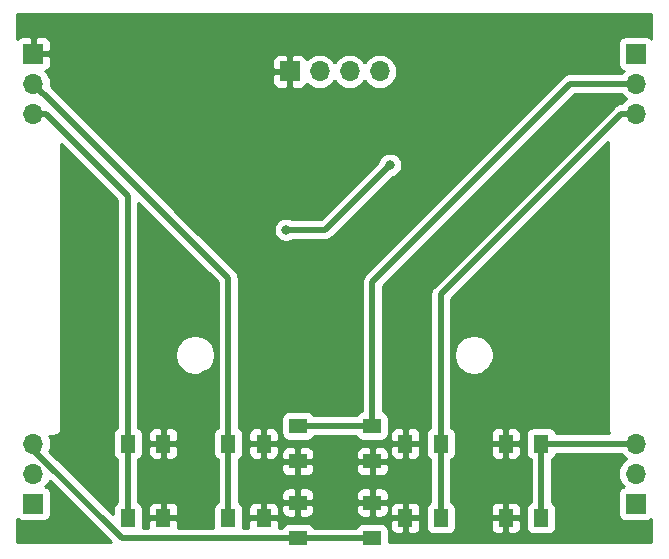
<source format=gbr>
%TF.GenerationSoftware,KiCad,Pcbnew,(5.0.2)-1*%
%TF.CreationDate,2020-07-31T10:54:53+02:00*%
%TF.ProjectId,Multimeter_Watch_DisplayBoard_V1,4d756c74-696d-4657-9465-725f57617463,rev?*%
%TF.SameCoordinates,Original*%
%TF.FileFunction,Copper,L1,Top*%
%TF.FilePolarity,Positive*%
%FSLAX46Y46*%
G04 Gerber Fmt 4.6, Leading zero omitted, Abs format (unit mm)*
G04 Created by KiCad (PCBNEW (5.0.2)-1) date 31.7.2020 10:54:53*
%MOMM*%
%LPD*%
G01*
G04 APERTURE LIST*
%TA.AperFunction,SMDPad,CuDef*%
%ADD10R,1.300000X1.500000*%
%TD*%
%TA.AperFunction,SMDPad,CuDef*%
%ADD11R,1.500000X1.300000*%
%TD*%
%TA.AperFunction,ComponentPad*%
%ADD12O,1.700000X1.700000*%
%TD*%
%TA.AperFunction,ComponentPad*%
%ADD13R,1.700000X1.700000*%
%TD*%
%TA.AperFunction,ViaPad*%
%ADD14C,0.800000*%
%TD*%
%TA.AperFunction,Conductor*%
%ADD15C,0.500000*%
%TD*%
%TA.AperFunction,Conductor*%
%ADD16C,0.254000*%
%TD*%
G04 APERTURE END LIST*
D10*
%TO.P,SW6,1*%
%TO.N,/BUTT6*%
X149000000Y-98300000D03*
%TO.P,SW6,2*%
%TO.N,/GND*%
X146000000Y-98300000D03*
X146000000Y-92000000D03*
%TO.P,SW6,1*%
%TO.N,/BUTT6*%
X149000000Y-92000000D03*
%TD*%
%TO.P,SW5,1*%
%TO.N,/BUTT5*%
X140500000Y-98300000D03*
%TO.P,SW5,2*%
%TO.N,/GND*%
X137500000Y-98300000D03*
X137500000Y-92000000D03*
%TO.P,SW5,1*%
%TO.N,/BUTT5*%
X140500000Y-92000000D03*
%TD*%
D11*
%TO.P,SW4,1*%
%TO.N,/BUTT4*%
X134700000Y-90500000D03*
%TO.P,SW4,2*%
%TO.N,/GND*%
X134700000Y-93500000D03*
X128400000Y-93500000D03*
%TO.P,SW4,1*%
%TO.N,/BUTT4*%
X128400000Y-90500000D03*
%TD*%
%TO.P,SW3,1*%
%TO.N,/BUTT3*%
X128400000Y-100000000D03*
%TO.P,SW3,2*%
%TO.N,/GND*%
X128400000Y-97000000D03*
X134700000Y-97000000D03*
%TO.P,SW3,1*%
%TO.N,/BUTT3*%
X134700000Y-100000000D03*
%TD*%
D10*
%TO.P,SW2,1*%
%TO.N,/BUTT1*%
X122500000Y-92000000D03*
%TO.P,SW2,2*%
%TO.N,/GND*%
X125500000Y-92000000D03*
X125500000Y-98300000D03*
%TO.P,SW2,1*%
%TO.N,/BUTT1*%
X122500000Y-98300000D03*
%TD*%
%TO.P,SW1,1*%
%TO.N,/BUTT2*%
X114000000Y-92000000D03*
%TO.P,SW1,2*%
%TO.N,/GND*%
X117000000Y-92000000D03*
X117000000Y-98300000D03*
%TO.P,SW1,1*%
%TO.N,/BUTT2*%
X114000000Y-98300000D03*
%TD*%
D12*
%TO.P,J_5,4*%
%TO.N,/SDA*%
X135320000Y-60500000D03*
%TO.P,J_5,3*%
%TO.N,/SCL*%
X132780000Y-60500000D03*
%TO.P,J_5,2*%
%TO.N,/ENABLE*%
X130240000Y-60500000D03*
D13*
%TO.P,J_5,1*%
%TO.N,/GND*%
X127700000Y-60500000D03*
%TD*%
D12*
%TO.P,J4,3*%
%TO.N,/BUTT2*%
X106000000Y-64080000D03*
%TO.P,J4,2*%
%TO.N,/BUTT1*%
X106000000Y-61540000D03*
D13*
%TO.P,J4,1*%
%TO.N,/GND*%
X106000000Y-59000000D03*
%TD*%
D12*
%TO.P,J3,3*%
%TO.N,/BUTT5*%
X157000000Y-64080000D03*
%TO.P,J3,2*%
%TO.N,/BUTT4*%
X157000000Y-61540000D03*
D13*
%TO.P,J3,1*%
%TO.N,/VCC*%
X157000000Y-59000000D03*
%TD*%
D12*
%TO.P,J2,3*%
%TO.N,/BUTT6*%
X157000000Y-92020000D03*
%TO.P,J2,2*%
%TO.N,/SCL*%
X157000000Y-94560000D03*
D13*
%TO.P,J2,1*%
%TO.N,/SDA*%
X157000000Y-97100000D03*
%TD*%
D12*
%TO.P,J1,3*%
%TO.N,/BUTT3*%
X106000000Y-92020000D03*
%TO.P,J1,2*%
%TO.N,/BUZZER*%
X106000000Y-94560000D03*
D13*
%TO.P,J1,1*%
%TO.N,/ENABLE*%
X106000000Y-97100000D03*
%TD*%
D14*
%TO.N,/GND*%
X154500000Y-94500000D03*
X148500000Y-83000000D03*
X111000000Y-75500000D03*
X145000000Y-58000000D03*
X131500000Y-67500000D03*
X134000000Y-67500000D03*
X134000000Y-73000000D03*
X131500000Y-75000000D03*
X138500000Y-85500000D03*
X129500000Y-86500000D03*
X109000000Y-99000000D03*
X118000000Y-58000000D03*
X151500000Y-97500000D03*
X120500000Y-86200000D03*
X126500000Y-67500000D03*
X143000000Y-65500000D03*
%TO.N,/BUZZER*%
X127400000Y-73900000D03*
X136200000Y-68400000D03*
%TD*%
D15*
%TO.N,/BUTT3*%
X113489998Y-100000000D02*
X134700000Y-100000000D01*
X106000000Y-92510002D02*
X113489998Y-100000000D01*
X106000000Y-92020000D02*
X106000000Y-92510002D01*
%TO.N,/BUZZER*%
X127400000Y-73900000D02*
X130700000Y-73900000D01*
X130700000Y-73900000D02*
X136200000Y-68400000D01*
%TO.N,/BUTT6*%
X149000000Y-98300000D02*
X149000000Y-92000000D01*
X156980000Y-92000000D02*
X157000000Y-92020000D01*
X149000000Y-92000000D02*
X156980000Y-92000000D01*
%TO.N,/BUTT4*%
X128400000Y-90500000D02*
X134700000Y-90500000D01*
X151460000Y-61540000D02*
X157000000Y-61540000D01*
X134700000Y-90500000D02*
X134700000Y-78300000D01*
X134700000Y-78300000D02*
X151460000Y-61540000D01*
%TO.N,/BUTT5*%
X140500000Y-98300000D02*
X140500000Y-92000000D01*
X140500000Y-79377919D02*
X140500000Y-92000000D01*
X155797919Y-64080000D02*
X140500000Y-79377919D01*
X157000000Y-64080000D02*
X155797919Y-64080000D01*
%TO.N,/BUTT2*%
X114000000Y-98300000D02*
X114000000Y-92000000D01*
X114000000Y-71028235D02*
X114000000Y-92000000D01*
X107051765Y-64080000D02*
X114000000Y-71028235D01*
X106000000Y-64080000D02*
X107051765Y-64080000D01*
%TO.N,/BUTT1*%
X106849999Y-62389999D02*
X106889999Y-62389999D01*
X106000000Y-61540000D02*
X106849999Y-62389999D01*
X122500000Y-78000000D02*
X122500000Y-92000000D01*
X106889999Y-62389999D02*
X122500000Y-78000000D01*
X122500000Y-92000000D02*
X122500000Y-98300000D01*
%TD*%
D16*
%TO.N,/GND*%
G36*
X112578419Y-100340000D02*
X104660000Y-100340000D01*
X104660000Y-98353889D01*
X104698815Y-98401185D01*
X104795506Y-98480537D01*
X104905820Y-98539502D01*
X105025518Y-98575812D01*
X105150000Y-98588072D01*
X106850000Y-98588072D01*
X106974482Y-98575812D01*
X107094180Y-98539502D01*
X107204494Y-98480537D01*
X107301185Y-98401185D01*
X107380537Y-98304494D01*
X107439502Y-98194180D01*
X107475812Y-98074482D01*
X107488072Y-97950000D01*
X107488072Y-96250000D01*
X107475812Y-96125518D01*
X107439502Y-96005820D01*
X107380537Y-95895506D01*
X107301185Y-95798815D01*
X107204494Y-95719463D01*
X107094180Y-95660498D01*
X107025313Y-95639607D01*
X107055134Y-95615134D01*
X107240706Y-95389014D01*
X107375413Y-95136994D01*
X112578419Y-100340000D01*
X112578419Y-100340000D01*
G37*
X112578419Y-100340000D02*
X104660000Y-100340000D01*
X104660000Y-98353889D01*
X104698815Y-98401185D01*
X104795506Y-98480537D01*
X104905820Y-98539502D01*
X105025518Y-98575812D01*
X105150000Y-98588072D01*
X106850000Y-98588072D01*
X106974482Y-98575812D01*
X107094180Y-98539502D01*
X107204494Y-98480537D01*
X107301185Y-98401185D01*
X107380537Y-98304494D01*
X107439502Y-98194180D01*
X107475812Y-98074482D01*
X107488072Y-97950000D01*
X107488072Y-96250000D01*
X107475812Y-96125518D01*
X107439502Y-96005820D01*
X107380537Y-95895506D01*
X107301185Y-95798815D01*
X107204494Y-95719463D01*
X107094180Y-95660498D01*
X107025313Y-95639607D01*
X107055134Y-95615134D01*
X107240706Y-95389014D01*
X107375413Y-95136994D01*
X112578419Y-100340000D01*
G36*
X158340000Y-57746112D02*
X158301185Y-57698815D01*
X158204494Y-57619463D01*
X158094180Y-57560498D01*
X157974482Y-57524188D01*
X157850000Y-57511928D01*
X156150000Y-57511928D01*
X156025518Y-57524188D01*
X155905820Y-57560498D01*
X155795506Y-57619463D01*
X155698815Y-57698815D01*
X155619463Y-57795506D01*
X155560498Y-57905820D01*
X155524188Y-58025518D01*
X155511928Y-58150000D01*
X155511928Y-59850000D01*
X155524188Y-59974482D01*
X155560498Y-60094180D01*
X155619463Y-60204494D01*
X155698815Y-60301185D01*
X155795506Y-60380537D01*
X155905820Y-60439502D01*
X155974687Y-60460393D01*
X155944866Y-60484866D01*
X155805241Y-60655000D01*
X151503465Y-60655000D01*
X151459999Y-60650719D01*
X151416533Y-60655000D01*
X151416523Y-60655000D01*
X151286510Y-60667805D01*
X151119687Y-60718411D01*
X150965941Y-60800589D01*
X150965939Y-60800590D01*
X150965940Y-60800590D01*
X150864953Y-60883468D01*
X150864951Y-60883470D01*
X150831183Y-60911183D01*
X150803470Y-60944951D01*
X134104952Y-77643470D01*
X134071184Y-77671183D01*
X134043471Y-77704951D01*
X134043468Y-77704954D01*
X133960590Y-77805941D01*
X133878412Y-77959687D01*
X133827805Y-78126510D01*
X133810719Y-78300000D01*
X133815001Y-78343479D01*
X133815000Y-89227379D01*
X133705820Y-89260498D01*
X133595506Y-89319463D01*
X133498815Y-89398815D01*
X133419463Y-89495506D01*
X133360498Y-89605820D01*
X133357713Y-89615000D01*
X129742287Y-89615000D01*
X129739502Y-89605820D01*
X129680537Y-89495506D01*
X129601185Y-89398815D01*
X129504494Y-89319463D01*
X129394180Y-89260498D01*
X129274482Y-89224188D01*
X129150000Y-89211928D01*
X127650000Y-89211928D01*
X127525518Y-89224188D01*
X127405820Y-89260498D01*
X127295506Y-89319463D01*
X127198815Y-89398815D01*
X127119463Y-89495506D01*
X127060498Y-89605820D01*
X127024188Y-89725518D01*
X127011928Y-89850000D01*
X127011928Y-91150000D01*
X127024188Y-91274482D01*
X127060498Y-91394180D01*
X127119463Y-91504494D01*
X127198815Y-91601185D01*
X127295506Y-91680537D01*
X127405820Y-91739502D01*
X127525518Y-91775812D01*
X127650000Y-91788072D01*
X129150000Y-91788072D01*
X129274482Y-91775812D01*
X129394180Y-91739502D01*
X129504494Y-91680537D01*
X129601185Y-91601185D01*
X129680537Y-91504494D01*
X129739502Y-91394180D01*
X129742287Y-91385000D01*
X133357713Y-91385000D01*
X133360498Y-91394180D01*
X133419463Y-91504494D01*
X133498815Y-91601185D01*
X133595506Y-91680537D01*
X133705820Y-91739502D01*
X133825518Y-91775812D01*
X133950000Y-91788072D01*
X135450000Y-91788072D01*
X135574482Y-91775812D01*
X135694180Y-91739502D01*
X135804494Y-91680537D01*
X135901185Y-91601185D01*
X135980537Y-91504494D01*
X136039502Y-91394180D01*
X136075812Y-91274482D01*
X136084382Y-91187458D01*
X136215000Y-91187458D01*
X136215000Y-91714250D01*
X136373750Y-91873000D01*
X137373000Y-91873000D01*
X137373000Y-90773750D01*
X137627000Y-90773750D01*
X137627000Y-91873000D01*
X138626250Y-91873000D01*
X138785000Y-91714250D01*
X138785000Y-91187458D01*
X138760597Y-91064777D01*
X138712730Y-90949215D01*
X138643237Y-90845211D01*
X138554789Y-90756763D01*
X138450785Y-90687270D01*
X138335223Y-90639403D01*
X138212542Y-90615000D01*
X137785750Y-90615000D01*
X137627000Y-90773750D01*
X137373000Y-90773750D01*
X137214250Y-90615000D01*
X136787458Y-90615000D01*
X136664777Y-90639403D01*
X136549215Y-90687270D01*
X136445211Y-90756763D01*
X136356763Y-90845211D01*
X136287270Y-90949215D01*
X136239403Y-91064777D01*
X136215000Y-91187458D01*
X136084382Y-91187458D01*
X136088072Y-91150000D01*
X136088072Y-89850000D01*
X136075812Y-89725518D01*
X136039502Y-89605820D01*
X135980537Y-89495506D01*
X135901185Y-89398815D01*
X135804494Y-89319463D01*
X135694180Y-89260498D01*
X135585000Y-89227379D01*
X135585000Y-78666578D01*
X151826579Y-62425000D01*
X155805241Y-62425000D01*
X155944866Y-62595134D01*
X156170986Y-62780706D01*
X156225791Y-62810000D01*
X156170986Y-62839294D01*
X155944866Y-63024866D01*
X155807944Y-63191706D01*
X155797919Y-63190719D01*
X155754450Y-63195000D01*
X155754442Y-63195000D01*
X155624429Y-63207805D01*
X155457605Y-63258411D01*
X155303860Y-63340589D01*
X155202872Y-63423468D01*
X155202870Y-63423470D01*
X155169102Y-63451183D01*
X155141389Y-63484951D01*
X139904956Y-78721385D01*
X139871183Y-78749102D01*
X139760589Y-78883861D01*
X139678411Y-79037607D01*
X139652935Y-79121588D01*
X139637584Y-79172195D01*
X139627805Y-79204430D01*
X139615000Y-79334443D01*
X139615000Y-79334450D01*
X139610719Y-79377919D01*
X139615000Y-79421388D01*
X139615001Y-90657713D01*
X139605820Y-90660498D01*
X139495506Y-90719463D01*
X139398815Y-90798815D01*
X139319463Y-90895506D01*
X139260498Y-91005820D01*
X139224188Y-91125518D01*
X139211928Y-91250000D01*
X139211928Y-92750000D01*
X139224188Y-92874482D01*
X139260498Y-92994180D01*
X139319463Y-93104494D01*
X139398815Y-93201185D01*
X139495506Y-93280537D01*
X139605820Y-93339502D01*
X139615001Y-93342287D01*
X139615000Y-96957713D01*
X139605820Y-96960498D01*
X139495506Y-97019463D01*
X139398815Y-97098815D01*
X139319463Y-97195506D01*
X139260498Y-97305820D01*
X139224188Y-97425518D01*
X139211928Y-97550000D01*
X139211928Y-99050000D01*
X139224188Y-99174482D01*
X139260498Y-99294180D01*
X139319463Y-99404494D01*
X139398815Y-99501185D01*
X139495506Y-99580537D01*
X139605820Y-99639502D01*
X139725518Y-99675812D01*
X139850000Y-99688072D01*
X141150000Y-99688072D01*
X141274482Y-99675812D01*
X141394180Y-99639502D01*
X141504494Y-99580537D01*
X141601185Y-99501185D01*
X141680537Y-99404494D01*
X141739502Y-99294180D01*
X141775812Y-99174482D01*
X141788072Y-99050000D01*
X141788072Y-98585750D01*
X144715000Y-98585750D01*
X144715000Y-99112542D01*
X144739403Y-99235223D01*
X144787270Y-99350785D01*
X144856763Y-99454789D01*
X144945211Y-99543237D01*
X145049215Y-99612730D01*
X145164777Y-99660597D01*
X145287458Y-99685000D01*
X145714250Y-99685000D01*
X145873000Y-99526250D01*
X145873000Y-98427000D01*
X146127000Y-98427000D01*
X146127000Y-99526250D01*
X146285750Y-99685000D01*
X146712542Y-99685000D01*
X146835223Y-99660597D01*
X146950785Y-99612730D01*
X147054789Y-99543237D01*
X147143237Y-99454789D01*
X147212730Y-99350785D01*
X147260597Y-99235223D01*
X147285000Y-99112542D01*
X147285000Y-98585750D01*
X147126250Y-98427000D01*
X146127000Y-98427000D01*
X145873000Y-98427000D01*
X144873750Y-98427000D01*
X144715000Y-98585750D01*
X141788072Y-98585750D01*
X141788072Y-97550000D01*
X141781913Y-97487458D01*
X144715000Y-97487458D01*
X144715000Y-98014250D01*
X144873750Y-98173000D01*
X145873000Y-98173000D01*
X145873000Y-97073750D01*
X146127000Y-97073750D01*
X146127000Y-98173000D01*
X147126250Y-98173000D01*
X147285000Y-98014250D01*
X147285000Y-97487458D01*
X147260597Y-97364777D01*
X147212730Y-97249215D01*
X147143237Y-97145211D01*
X147054789Y-97056763D01*
X146950785Y-96987270D01*
X146835223Y-96939403D01*
X146712542Y-96915000D01*
X146285750Y-96915000D01*
X146127000Y-97073750D01*
X145873000Y-97073750D01*
X145714250Y-96915000D01*
X145287458Y-96915000D01*
X145164777Y-96939403D01*
X145049215Y-96987270D01*
X144945211Y-97056763D01*
X144856763Y-97145211D01*
X144787270Y-97249215D01*
X144739403Y-97364777D01*
X144715000Y-97487458D01*
X141781913Y-97487458D01*
X141775812Y-97425518D01*
X141739502Y-97305820D01*
X141680537Y-97195506D01*
X141601185Y-97098815D01*
X141504494Y-97019463D01*
X141394180Y-96960498D01*
X141385000Y-96957713D01*
X141385000Y-93342287D01*
X141394180Y-93339502D01*
X141504494Y-93280537D01*
X141601185Y-93201185D01*
X141680537Y-93104494D01*
X141739502Y-92994180D01*
X141775812Y-92874482D01*
X141788072Y-92750000D01*
X141788072Y-92285750D01*
X144715000Y-92285750D01*
X144715000Y-92812542D01*
X144739403Y-92935223D01*
X144787270Y-93050785D01*
X144856763Y-93154789D01*
X144945211Y-93243237D01*
X145049215Y-93312730D01*
X145164777Y-93360597D01*
X145287458Y-93385000D01*
X145714250Y-93385000D01*
X145873000Y-93226250D01*
X145873000Y-92127000D01*
X146127000Y-92127000D01*
X146127000Y-93226250D01*
X146285750Y-93385000D01*
X146712542Y-93385000D01*
X146835223Y-93360597D01*
X146950785Y-93312730D01*
X147054789Y-93243237D01*
X147143237Y-93154789D01*
X147212730Y-93050785D01*
X147260597Y-92935223D01*
X147285000Y-92812542D01*
X147285000Y-92285750D01*
X147126250Y-92127000D01*
X146127000Y-92127000D01*
X145873000Y-92127000D01*
X144873750Y-92127000D01*
X144715000Y-92285750D01*
X141788072Y-92285750D01*
X141788072Y-91250000D01*
X141781913Y-91187458D01*
X144715000Y-91187458D01*
X144715000Y-91714250D01*
X144873750Y-91873000D01*
X145873000Y-91873000D01*
X145873000Y-90773750D01*
X146127000Y-90773750D01*
X146127000Y-91873000D01*
X147126250Y-91873000D01*
X147285000Y-91714250D01*
X147285000Y-91187458D01*
X147260597Y-91064777D01*
X147212730Y-90949215D01*
X147143237Y-90845211D01*
X147054789Y-90756763D01*
X146950785Y-90687270D01*
X146835223Y-90639403D01*
X146712542Y-90615000D01*
X146285750Y-90615000D01*
X146127000Y-90773750D01*
X145873000Y-90773750D01*
X145714250Y-90615000D01*
X145287458Y-90615000D01*
X145164777Y-90639403D01*
X145049215Y-90687270D01*
X144945211Y-90756763D01*
X144856763Y-90845211D01*
X144787270Y-90949215D01*
X144739403Y-91064777D01*
X144715000Y-91187458D01*
X141781913Y-91187458D01*
X141775812Y-91125518D01*
X141739502Y-91005820D01*
X141680537Y-90895506D01*
X141601185Y-90798815D01*
X141504494Y-90719463D01*
X141394180Y-90660498D01*
X141385000Y-90657713D01*
X141385000Y-84334042D01*
X141615000Y-84334042D01*
X141615000Y-84665958D01*
X141679754Y-84991496D01*
X141806772Y-85298147D01*
X141991175Y-85574125D01*
X142225875Y-85808825D01*
X142501853Y-85993228D01*
X142808504Y-86120246D01*
X143134042Y-86185000D01*
X143465958Y-86185000D01*
X143791496Y-86120246D01*
X144098147Y-85993228D01*
X144374125Y-85808825D01*
X144608825Y-85574125D01*
X144793228Y-85298147D01*
X144920246Y-84991496D01*
X144985000Y-84665958D01*
X144985000Y-84334042D01*
X144920246Y-84008504D01*
X144793228Y-83701853D01*
X144608825Y-83425875D01*
X144374125Y-83191175D01*
X144098147Y-83006772D01*
X143791496Y-82879754D01*
X143465958Y-82815000D01*
X143134042Y-82815000D01*
X142808504Y-82879754D01*
X142501853Y-83006772D01*
X142225875Y-83191175D01*
X141991175Y-83425875D01*
X141806772Y-83701853D01*
X141679754Y-84008504D01*
X141615000Y-84334042D01*
X141385000Y-84334042D01*
X141385000Y-79744497D01*
X154640000Y-66489498D01*
X154640001Y-90667571D01*
X154636807Y-90700000D01*
X154649550Y-90829383D01*
X154687290Y-90953793D01*
X154748575Y-91068450D01*
X154786778Y-91115000D01*
X150272621Y-91115000D01*
X150239502Y-91005820D01*
X150180537Y-90895506D01*
X150101185Y-90798815D01*
X150004494Y-90719463D01*
X149894180Y-90660498D01*
X149774482Y-90624188D01*
X149650000Y-90611928D01*
X148350000Y-90611928D01*
X148225518Y-90624188D01*
X148105820Y-90660498D01*
X147995506Y-90719463D01*
X147898815Y-90798815D01*
X147819463Y-90895506D01*
X147760498Y-91005820D01*
X147724188Y-91125518D01*
X147711928Y-91250000D01*
X147711928Y-92750000D01*
X147724188Y-92874482D01*
X147760498Y-92994180D01*
X147819463Y-93104494D01*
X147898815Y-93201185D01*
X147995506Y-93280537D01*
X148105820Y-93339502D01*
X148115001Y-93342287D01*
X148115000Y-96957713D01*
X148105820Y-96960498D01*
X147995506Y-97019463D01*
X147898815Y-97098815D01*
X147819463Y-97195506D01*
X147760498Y-97305820D01*
X147724188Y-97425518D01*
X147711928Y-97550000D01*
X147711928Y-99050000D01*
X147724188Y-99174482D01*
X147760498Y-99294180D01*
X147819463Y-99404494D01*
X147898815Y-99501185D01*
X147995506Y-99580537D01*
X148105820Y-99639502D01*
X148225518Y-99675812D01*
X148350000Y-99688072D01*
X149650000Y-99688072D01*
X149774482Y-99675812D01*
X149894180Y-99639502D01*
X150004494Y-99580537D01*
X150101185Y-99501185D01*
X150180537Y-99404494D01*
X150239502Y-99294180D01*
X150275812Y-99174482D01*
X150288072Y-99050000D01*
X150288072Y-97550000D01*
X150275812Y-97425518D01*
X150239502Y-97305820D01*
X150180537Y-97195506D01*
X150101185Y-97098815D01*
X150004494Y-97019463D01*
X149894180Y-96960498D01*
X149885000Y-96957713D01*
X149885000Y-93342287D01*
X149894180Y-93339502D01*
X150004494Y-93280537D01*
X150101185Y-93201185D01*
X150180537Y-93104494D01*
X150239502Y-92994180D01*
X150272621Y-92885000D01*
X155788827Y-92885000D01*
X155944866Y-93075134D01*
X156170986Y-93260706D01*
X156225791Y-93290000D01*
X156170986Y-93319294D01*
X155944866Y-93504866D01*
X155759294Y-93730986D01*
X155621401Y-93988966D01*
X155536487Y-94268889D01*
X155507815Y-94560000D01*
X155536487Y-94851111D01*
X155621401Y-95131034D01*
X155759294Y-95389014D01*
X155944866Y-95615134D01*
X155974687Y-95639607D01*
X155905820Y-95660498D01*
X155795506Y-95719463D01*
X155698815Y-95798815D01*
X155619463Y-95895506D01*
X155560498Y-96005820D01*
X155524188Y-96125518D01*
X155511928Y-96250000D01*
X155511928Y-97950000D01*
X155524188Y-98074482D01*
X155560498Y-98194180D01*
X155619463Y-98304494D01*
X155698815Y-98401185D01*
X155795506Y-98480537D01*
X155905820Y-98539502D01*
X156025518Y-98575812D01*
X156150000Y-98588072D01*
X157850000Y-98588072D01*
X157974482Y-98575812D01*
X158094180Y-98539502D01*
X158204494Y-98480537D01*
X158301185Y-98401185D01*
X158340001Y-98353888D01*
X158340001Y-100340000D01*
X136088072Y-100340000D01*
X136088072Y-99350000D01*
X136075812Y-99225518D01*
X136039502Y-99105820D01*
X135980537Y-98995506D01*
X135901185Y-98898815D01*
X135804494Y-98819463D01*
X135694180Y-98760498D01*
X135574482Y-98724188D01*
X135450000Y-98711928D01*
X133950000Y-98711928D01*
X133825518Y-98724188D01*
X133705820Y-98760498D01*
X133595506Y-98819463D01*
X133498815Y-98898815D01*
X133419463Y-98995506D01*
X133360498Y-99105820D01*
X133357713Y-99115000D01*
X129742287Y-99115000D01*
X129739502Y-99105820D01*
X129680537Y-98995506D01*
X129601185Y-98898815D01*
X129504494Y-98819463D01*
X129394180Y-98760498D01*
X129274482Y-98724188D01*
X129150000Y-98711928D01*
X127650000Y-98711928D01*
X127525518Y-98724188D01*
X127405820Y-98760498D01*
X127295506Y-98819463D01*
X127198815Y-98898815D01*
X127119463Y-98995506D01*
X127060498Y-99105820D01*
X127057713Y-99115000D01*
X126784511Y-99115000D01*
X126785000Y-99112542D01*
X126785000Y-98585750D01*
X136215000Y-98585750D01*
X136215000Y-99112542D01*
X136239403Y-99235223D01*
X136287270Y-99350785D01*
X136356763Y-99454789D01*
X136445211Y-99543237D01*
X136549215Y-99612730D01*
X136664777Y-99660597D01*
X136787458Y-99685000D01*
X137214250Y-99685000D01*
X137373000Y-99526250D01*
X137373000Y-98427000D01*
X137627000Y-98427000D01*
X137627000Y-99526250D01*
X137785750Y-99685000D01*
X138212542Y-99685000D01*
X138335223Y-99660597D01*
X138450785Y-99612730D01*
X138554789Y-99543237D01*
X138643237Y-99454789D01*
X138712730Y-99350785D01*
X138760597Y-99235223D01*
X138785000Y-99112542D01*
X138785000Y-98585750D01*
X138626250Y-98427000D01*
X137627000Y-98427000D01*
X137373000Y-98427000D01*
X136373750Y-98427000D01*
X136215000Y-98585750D01*
X126785000Y-98585750D01*
X126626250Y-98427000D01*
X125627000Y-98427000D01*
X125627000Y-98447000D01*
X125373000Y-98447000D01*
X125373000Y-98427000D01*
X124373750Y-98427000D01*
X124215000Y-98585750D01*
X124215000Y-99112542D01*
X124215489Y-99115000D01*
X123781670Y-99115000D01*
X123788072Y-99050000D01*
X123788072Y-97550000D01*
X123781913Y-97487458D01*
X124215000Y-97487458D01*
X124215000Y-98014250D01*
X124373750Y-98173000D01*
X125373000Y-98173000D01*
X125373000Y-97073750D01*
X125627000Y-97073750D01*
X125627000Y-98173000D01*
X126626250Y-98173000D01*
X126785000Y-98014250D01*
X126785000Y-97487458D01*
X126760597Y-97364777D01*
X126727864Y-97285750D01*
X127015000Y-97285750D01*
X127015000Y-97712542D01*
X127039403Y-97835223D01*
X127087270Y-97950785D01*
X127156763Y-98054789D01*
X127245211Y-98143237D01*
X127349215Y-98212730D01*
X127464777Y-98260597D01*
X127587458Y-98285000D01*
X128114250Y-98285000D01*
X128273000Y-98126250D01*
X128273000Y-97127000D01*
X128527000Y-97127000D01*
X128527000Y-98126250D01*
X128685750Y-98285000D01*
X129212542Y-98285000D01*
X129335223Y-98260597D01*
X129450785Y-98212730D01*
X129554789Y-98143237D01*
X129643237Y-98054789D01*
X129712730Y-97950785D01*
X129760597Y-97835223D01*
X129785000Y-97712542D01*
X129785000Y-97285750D01*
X133315000Y-97285750D01*
X133315000Y-97712542D01*
X133339403Y-97835223D01*
X133387270Y-97950785D01*
X133456763Y-98054789D01*
X133545211Y-98143237D01*
X133649215Y-98212730D01*
X133764777Y-98260597D01*
X133887458Y-98285000D01*
X134414250Y-98285000D01*
X134573000Y-98126250D01*
X134573000Y-97127000D01*
X134827000Y-97127000D01*
X134827000Y-98126250D01*
X134985750Y-98285000D01*
X135512542Y-98285000D01*
X135635223Y-98260597D01*
X135750785Y-98212730D01*
X135854789Y-98143237D01*
X135943237Y-98054789D01*
X136012730Y-97950785D01*
X136060597Y-97835223D01*
X136085000Y-97712542D01*
X136085000Y-97487458D01*
X136215000Y-97487458D01*
X136215000Y-98014250D01*
X136373750Y-98173000D01*
X137373000Y-98173000D01*
X137373000Y-97073750D01*
X137627000Y-97073750D01*
X137627000Y-98173000D01*
X138626250Y-98173000D01*
X138785000Y-98014250D01*
X138785000Y-97487458D01*
X138760597Y-97364777D01*
X138712730Y-97249215D01*
X138643237Y-97145211D01*
X138554789Y-97056763D01*
X138450785Y-96987270D01*
X138335223Y-96939403D01*
X138212542Y-96915000D01*
X137785750Y-96915000D01*
X137627000Y-97073750D01*
X137373000Y-97073750D01*
X137214250Y-96915000D01*
X136787458Y-96915000D01*
X136664777Y-96939403D01*
X136549215Y-96987270D01*
X136445211Y-97056763D01*
X136356763Y-97145211D01*
X136287270Y-97249215D01*
X136239403Y-97364777D01*
X136215000Y-97487458D01*
X136085000Y-97487458D01*
X136085000Y-97285750D01*
X135926250Y-97127000D01*
X134827000Y-97127000D01*
X134573000Y-97127000D01*
X133473750Y-97127000D01*
X133315000Y-97285750D01*
X129785000Y-97285750D01*
X129626250Y-97127000D01*
X128527000Y-97127000D01*
X128273000Y-97127000D01*
X127173750Y-97127000D01*
X127015000Y-97285750D01*
X126727864Y-97285750D01*
X126712730Y-97249215D01*
X126643237Y-97145211D01*
X126554789Y-97056763D01*
X126450785Y-96987270D01*
X126335223Y-96939403D01*
X126212542Y-96915000D01*
X125785750Y-96915000D01*
X125627000Y-97073750D01*
X125373000Y-97073750D01*
X125214250Y-96915000D01*
X124787458Y-96915000D01*
X124664777Y-96939403D01*
X124549215Y-96987270D01*
X124445211Y-97056763D01*
X124356763Y-97145211D01*
X124287270Y-97249215D01*
X124239403Y-97364777D01*
X124215000Y-97487458D01*
X123781913Y-97487458D01*
X123775812Y-97425518D01*
X123739502Y-97305820D01*
X123680537Y-97195506D01*
X123601185Y-97098815D01*
X123504494Y-97019463D01*
X123394180Y-96960498D01*
X123385000Y-96957713D01*
X123385000Y-96287458D01*
X127015000Y-96287458D01*
X127015000Y-96714250D01*
X127173750Y-96873000D01*
X128273000Y-96873000D01*
X128273000Y-95873750D01*
X128527000Y-95873750D01*
X128527000Y-96873000D01*
X129626250Y-96873000D01*
X129785000Y-96714250D01*
X129785000Y-96287458D01*
X133315000Y-96287458D01*
X133315000Y-96714250D01*
X133473750Y-96873000D01*
X134573000Y-96873000D01*
X134573000Y-95873750D01*
X134827000Y-95873750D01*
X134827000Y-96873000D01*
X135926250Y-96873000D01*
X136085000Y-96714250D01*
X136085000Y-96287458D01*
X136060597Y-96164777D01*
X136012730Y-96049215D01*
X135943237Y-95945211D01*
X135854789Y-95856763D01*
X135750785Y-95787270D01*
X135635223Y-95739403D01*
X135512542Y-95715000D01*
X134985750Y-95715000D01*
X134827000Y-95873750D01*
X134573000Y-95873750D01*
X134414250Y-95715000D01*
X133887458Y-95715000D01*
X133764777Y-95739403D01*
X133649215Y-95787270D01*
X133545211Y-95856763D01*
X133456763Y-95945211D01*
X133387270Y-96049215D01*
X133339403Y-96164777D01*
X133315000Y-96287458D01*
X129785000Y-96287458D01*
X129760597Y-96164777D01*
X129712730Y-96049215D01*
X129643237Y-95945211D01*
X129554789Y-95856763D01*
X129450785Y-95787270D01*
X129335223Y-95739403D01*
X129212542Y-95715000D01*
X128685750Y-95715000D01*
X128527000Y-95873750D01*
X128273000Y-95873750D01*
X128114250Y-95715000D01*
X127587458Y-95715000D01*
X127464777Y-95739403D01*
X127349215Y-95787270D01*
X127245211Y-95856763D01*
X127156763Y-95945211D01*
X127087270Y-96049215D01*
X127039403Y-96164777D01*
X127015000Y-96287458D01*
X123385000Y-96287458D01*
X123385000Y-93785750D01*
X127015000Y-93785750D01*
X127015000Y-94212542D01*
X127039403Y-94335223D01*
X127087270Y-94450785D01*
X127156763Y-94554789D01*
X127245211Y-94643237D01*
X127349215Y-94712730D01*
X127464777Y-94760597D01*
X127587458Y-94785000D01*
X128114250Y-94785000D01*
X128273000Y-94626250D01*
X128273000Y-93627000D01*
X128527000Y-93627000D01*
X128527000Y-94626250D01*
X128685750Y-94785000D01*
X129212542Y-94785000D01*
X129335223Y-94760597D01*
X129450785Y-94712730D01*
X129554789Y-94643237D01*
X129643237Y-94554789D01*
X129712730Y-94450785D01*
X129760597Y-94335223D01*
X129785000Y-94212542D01*
X129785000Y-93785750D01*
X133315000Y-93785750D01*
X133315000Y-94212542D01*
X133339403Y-94335223D01*
X133387270Y-94450785D01*
X133456763Y-94554789D01*
X133545211Y-94643237D01*
X133649215Y-94712730D01*
X133764777Y-94760597D01*
X133887458Y-94785000D01*
X134414250Y-94785000D01*
X134573000Y-94626250D01*
X134573000Y-93627000D01*
X134827000Y-93627000D01*
X134827000Y-94626250D01*
X134985750Y-94785000D01*
X135512542Y-94785000D01*
X135635223Y-94760597D01*
X135750785Y-94712730D01*
X135854789Y-94643237D01*
X135943237Y-94554789D01*
X136012730Y-94450785D01*
X136060597Y-94335223D01*
X136085000Y-94212542D01*
X136085000Y-93785750D01*
X135926250Y-93627000D01*
X134827000Y-93627000D01*
X134573000Y-93627000D01*
X133473750Y-93627000D01*
X133315000Y-93785750D01*
X129785000Y-93785750D01*
X129626250Y-93627000D01*
X128527000Y-93627000D01*
X128273000Y-93627000D01*
X127173750Y-93627000D01*
X127015000Y-93785750D01*
X123385000Y-93785750D01*
X123385000Y-93342287D01*
X123394180Y-93339502D01*
X123504494Y-93280537D01*
X123601185Y-93201185D01*
X123680537Y-93104494D01*
X123739502Y-92994180D01*
X123775812Y-92874482D01*
X123788072Y-92750000D01*
X123788072Y-92285750D01*
X124215000Y-92285750D01*
X124215000Y-92812542D01*
X124239403Y-92935223D01*
X124287270Y-93050785D01*
X124356763Y-93154789D01*
X124445211Y-93243237D01*
X124549215Y-93312730D01*
X124664777Y-93360597D01*
X124787458Y-93385000D01*
X125214250Y-93385000D01*
X125373000Y-93226250D01*
X125373000Y-92127000D01*
X125627000Y-92127000D01*
X125627000Y-93226250D01*
X125785750Y-93385000D01*
X126212542Y-93385000D01*
X126335223Y-93360597D01*
X126450785Y-93312730D01*
X126554789Y-93243237D01*
X126643237Y-93154789D01*
X126712730Y-93050785D01*
X126760597Y-92935223D01*
X126785000Y-92812542D01*
X126785000Y-92787458D01*
X127015000Y-92787458D01*
X127015000Y-93214250D01*
X127173750Y-93373000D01*
X128273000Y-93373000D01*
X128273000Y-92373750D01*
X128527000Y-92373750D01*
X128527000Y-93373000D01*
X129626250Y-93373000D01*
X129785000Y-93214250D01*
X129785000Y-92787458D01*
X133315000Y-92787458D01*
X133315000Y-93214250D01*
X133473750Y-93373000D01*
X134573000Y-93373000D01*
X134573000Y-92373750D01*
X134827000Y-92373750D01*
X134827000Y-93373000D01*
X135926250Y-93373000D01*
X136085000Y-93214250D01*
X136085000Y-92787458D01*
X136060597Y-92664777D01*
X136012730Y-92549215D01*
X135943237Y-92445211D01*
X135854789Y-92356763D01*
X135750785Y-92287270D01*
X135747116Y-92285750D01*
X136215000Y-92285750D01*
X136215000Y-92812542D01*
X136239403Y-92935223D01*
X136287270Y-93050785D01*
X136356763Y-93154789D01*
X136445211Y-93243237D01*
X136549215Y-93312730D01*
X136664777Y-93360597D01*
X136787458Y-93385000D01*
X137214250Y-93385000D01*
X137373000Y-93226250D01*
X137373000Y-92127000D01*
X137627000Y-92127000D01*
X137627000Y-93226250D01*
X137785750Y-93385000D01*
X138212542Y-93385000D01*
X138335223Y-93360597D01*
X138450785Y-93312730D01*
X138554789Y-93243237D01*
X138643237Y-93154789D01*
X138712730Y-93050785D01*
X138760597Y-92935223D01*
X138785000Y-92812542D01*
X138785000Y-92285750D01*
X138626250Y-92127000D01*
X137627000Y-92127000D01*
X137373000Y-92127000D01*
X136373750Y-92127000D01*
X136215000Y-92285750D01*
X135747116Y-92285750D01*
X135635223Y-92239403D01*
X135512542Y-92215000D01*
X134985750Y-92215000D01*
X134827000Y-92373750D01*
X134573000Y-92373750D01*
X134414250Y-92215000D01*
X133887458Y-92215000D01*
X133764777Y-92239403D01*
X133649215Y-92287270D01*
X133545211Y-92356763D01*
X133456763Y-92445211D01*
X133387270Y-92549215D01*
X133339403Y-92664777D01*
X133315000Y-92787458D01*
X129785000Y-92787458D01*
X129760597Y-92664777D01*
X129712730Y-92549215D01*
X129643237Y-92445211D01*
X129554789Y-92356763D01*
X129450785Y-92287270D01*
X129335223Y-92239403D01*
X129212542Y-92215000D01*
X128685750Y-92215000D01*
X128527000Y-92373750D01*
X128273000Y-92373750D01*
X128114250Y-92215000D01*
X127587458Y-92215000D01*
X127464777Y-92239403D01*
X127349215Y-92287270D01*
X127245211Y-92356763D01*
X127156763Y-92445211D01*
X127087270Y-92549215D01*
X127039403Y-92664777D01*
X127015000Y-92787458D01*
X126785000Y-92787458D01*
X126785000Y-92285750D01*
X126626250Y-92127000D01*
X125627000Y-92127000D01*
X125373000Y-92127000D01*
X124373750Y-92127000D01*
X124215000Y-92285750D01*
X123788072Y-92285750D01*
X123788072Y-91250000D01*
X123781913Y-91187458D01*
X124215000Y-91187458D01*
X124215000Y-91714250D01*
X124373750Y-91873000D01*
X125373000Y-91873000D01*
X125373000Y-90773750D01*
X125627000Y-90773750D01*
X125627000Y-91873000D01*
X126626250Y-91873000D01*
X126785000Y-91714250D01*
X126785000Y-91187458D01*
X126760597Y-91064777D01*
X126712730Y-90949215D01*
X126643237Y-90845211D01*
X126554789Y-90756763D01*
X126450785Y-90687270D01*
X126335223Y-90639403D01*
X126212542Y-90615000D01*
X125785750Y-90615000D01*
X125627000Y-90773750D01*
X125373000Y-90773750D01*
X125214250Y-90615000D01*
X124787458Y-90615000D01*
X124664777Y-90639403D01*
X124549215Y-90687270D01*
X124445211Y-90756763D01*
X124356763Y-90845211D01*
X124287270Y-90949215D01*
X124239403Y-91064777D01*
X124215000Y-91187458D01*
X123781913Y-91187458D01*
X123775812Y-91125518D01*
X123739502Y-91005820D01*
X123680537Y-90895506D01*
X123601185Y-90798815D01*
X123504494Y-90719463D01*
X123394180Y-90660498D01*
X123385000Y-90657713D01*
X123385000Y-78043465D01*
X123389281Y-77999999D01*
X123385000Y-77956533D01*
X123385000Y-77956523D01*
X123372195Y-77826510D01*
X123321589Y-77659687D01*
X123239411Y-77505941D01*
X123128817Y-77371183D01*
X123095051Y-77343472D01*
X119549640Y-73798061D01*
X126365000Y-73798061D01*
X126365000Y-74001939D01*
X126404774Y-74201898D01*
X126482795Y-74390256D01*
X126596063Y-74559774D01*
X126740226Y-74703937D01*
X126909744Y-74817205D01*
X127098102Y-74895226D01*
X127298061Y-74935000D01*
X127501939Y-74935000D01*
X127701898Y-74895226D01*
X127890256Y-74817205D01*
X127938454Y-74785000D01*
X130656531Y-74785000D01*
X130700000Y-74789281D01*
X130743469Y-74785000D01*
X130743477Y-74785000D01*
X130873490Y-74772195D01*
X131040313Y-74721589D01*
X131194059Y-74639411D01*
X131328817Y-74528817D01*
X131356534Y-74495044D01*
X136445044Y-69406535D01*
X136501898Y-69395226D01*
X136690256Y-69317205D01*
X136859774Y-69203937D01*
X137003937Y-69059774D01*
X137117205Y-68890256D01*
X137195226Y-68701898D01*
X137235000Y-68501939D01*
X137235000Y-68298061D01*
X137195226Y-68098102D01*
X137117205Y-67909744D01*
X137003937Y-67740226D01*
X136859774Y-67596063D01*
X136690256Y-67482795D01*
X136501898Y-67404774D01*
X136301939Y-67365000D01*
X136098061Y-67365000D01*
X135898102Y-67404774D01*
X135709744Y-67482795D01*
X135540226Y-67596063D01*
X135396063Y-67740226D01*
X135282795Y-67909744D01*
X135204774Y-68098102D01*
X135193465Y-68154956D01*
X130333422Y-73015000D01*
X127938454Y-73015000D01*
X127890256Y-72982795D01*
X127701898Y-72904774D01*
X127501939Y-72865000D01*
X127298061Y-72865000D01*
X127098102Y-72904774D01*
X126909744Y-72982795D01*
X126740226Y-73096063D01*
X126596063Y-73240226D01*
X126482795Y-73409744D01*
X126404774Y-73598102D01*
X126365000Y-73798061D01*
X119549640Y-73798061D01*
X107546533Y-61794955D01*
X107518816Y-61761182D01*
X107474021Y-61724420D01*
X107492185Y-61540000D01*
X107463513Y-61248889D01*
X107378599Y-60968966D01*
X107280669Y-60785750D01*
X126215000Y-60785750D01*
X126215000Y-61412542D01*
X126239403Y-61535223D01*
X126287270Y-61650785D01*
X126356763Y-61754789D01*
X126445211Y-61843237D01*
X126549215Y-61912730D01*
X126664777Y-61960597D01*
X126787458Y-61985000D01*
X127414250Y-61985000D01*
X127573000Y-61826250D01*
X127573000Y-60627000D01*
X126373750Y-60627000D01*
X126215000Y-60785750D01*
X107280669Y-60785750D01*
X107240706Y-60710986D01*
X107055134Y-60484866D01*
X107027447Y-60462144D01*
X107035223Y-60460597D01*
X107150785Y-60412730D01*
X107254789Y-60343237D01*
X107343237Y-60254789D01*
X107412730Y-60150785D01*
X107460597Y-60035223D01*
X107485000Y-59912542D01*
X107485000Y-59587458D01*
X126215000Y-59587458D01*
X126215000Y-60214250D01*
X126373750Y-60373000D01*
X127573000Y-60373000D01*
X127573000Y-59173750D01*
X127827000Y-59173750D01*
X127827000Y-60373000D01*
X127847000Y-60373000D01*
X127847000Y-60627000D01*
X127827000Y-60627000D01*
X127827000Y-61826250D01*
X127985750Y-61985000D01*
X128612542Y-61985000D01*
X128735223Y-61960597D01*
X128850785Y-61912730D01*
X128954789Y-61843237D01*
X129043237Y-61754789D01*
X129112730Y-61650785D01*
X129160597Y-61535223D01*
X129162144Y-61527447D01*
X129184866Y-61555134D01*
X129410986Y-61740706D01*
X129668966Y-61878599D01*
X129948889Y-61963513D01*
X130167050Y-61985000D01*
X130312950Y-61985000D01*
X130531111Y-61963513D01*
X130811034Y-61878599D01*
X131069014Y-61740706D01*
X131295134Y-61555134D01*
X131480706Y-61329014D01*
X131510000Y-61274209D01*
X131539294Y-61329014D01*
X131724866Y-61555134D01*
X131950986Y-61740706D01*
X132208966Y-61878599D01*
X132488889Y-61963513D01*
X132707050Y-61985000D01*
X132852950Y-61985000D01*
X133071111Y-61963513D01*
X133351034Y-61878599D01*
X133609014Y-61740706D01*
X133835134Y-61555134D01*
X134020706Y-61329014D01*
X134050000Y-61274209D01*
X134079294Y-61329014D01*
X134264866Y-61555134D01*
X134490986Y-61740706D01*
X134748966Y-61878599D01*
X135028889Y-61963513D01*
X135247050Y-61985000D01*
X135392950Y-61985000D01*
X135611111Y-61963513D01*
X135891034Y-61878599D01*
X136149014Y-61740706D01*
X136375134Y-61555134D01*
X136560706Y-61329014D01*
X136698599Y-61071034D01*
X136783513Y-60791111D01*
X136812185Y-60500000D01*
X136783513Y-60208889D01*
X136698599Y-59928966D01*
X136560706Y-59670986D01*
X136375134Y-59444866D01*
X136149014Y-59259294D01*
X135891034Y-59121401D01*
X135611111Y-59036487D01*
X135392950Y-59015000D01*
X135247050Y-59015000D01*
X135028889Y-59036487D01*
X134748966Y-59121401D01*
X134490986Y-59259294D01*
X134264866Y-59444866D01*
X134079294Y-59670986D01*
X134050000Y-59725791D01*
X134020706Y-59670986D01*
X133835134Y-59444866D01*
X133609014Y-59259294D01*
X133351034Y-59121401D01*
X133071111Y-59036487D01*
X132852950Y-59015000D01*
X132707050Y-59015000D01*
X132488889Y-59036487D01*
X132208966Y-59121401D01*
X131950986Y-59259294D01*
X131724866Y-59444866D01*
X131539294Y-59670986D01*
X131510000Y-59725791D01*
X131480706Y-59670986D01*
X131295134Y-59444866D01*
X131069014Y-59259294D01*
X130811034Y-59121401D01*
X130531111Y-59036487D01*
X130312950Y-59015000D01*
X130167050Y-59015000D01*
X129948889Y-59036487D01*
X129668966Y-59121401D01*
X129410986Y-59259294D01*
X129184866Y-59444866D01*
X129162144Y-59472553D01*
X129160597Y-59464777D01*
X129112730Y-59349215D01*
X129043237Y-59245211D01*
X128954789Y-59156763D01*
X128850785Y-59087270D01*
X128735223Y-59039403D01*
X128612542Y-59015000D01*
X127985750Y-59015000D01*
X127827000Y-59173750D01*
X127573000Y-59173750D01*
X127414250Y-59015000D01*
X126787458Y-59015000D01*
X126664777Y-59039403D01*
X126549215Y-59087270D01*
X126445211Y-59156763D01*
X126356763Y-59245211D01*
X126287270Y-59349215D01*
X126239403Y-59464777D01*
X126215000Y-59587458D01*
X107485000Y-59587458D01*
X107485000Y-59285750D01*
X107326250Y-59127000D01*
X106127000Y-59127000D01*
X106127000Y-59147000D01*
X105873000Y-59147000D01*
X105873000Y-59127000D01*
X105853000Y-59127000D01*
X105853000Y-58873000D01*
X105873000Y-58873000D01*
X105873000Y-57673750D01*
X106127000Y-57673750D01*
X106127000Y-58873000D01*
X107326250Y-58873000D01*
X107485000Y-58714250D01*
X107485000Y-58087458D01*
X107460597Y-57964777D01*
X107412730Y-57849215D01*
X107343237Y-57745211D01*
X107254789Y-57656763D01*
X107150785Y-57587270D01*
X107035223Y-57539403D01*
X106912542Y-57515000D01*
X106285750Y-57515000D01*
X106127000Y-57673750D01*
X105873000Y-57673750D01*
X105714250Y-57515000D01*
X105087458Y-57515000D01*
X104964777Y-57539403D01*
X104849215Y-57587270D01*
X104745211Y-57656763D01*
X104660000Y-57741974D01*
X104660000Y-55660000D01*
X158340000Y-55660000D01*
X158340000Y-57746112D01*
X158340000Y-57746112D01*
G37*
X158340000Y-57746112D02*
X158301185Y-57698815D01*
X158204494Y-57619463D01*
X158094180Y-57560498D01*
X157974482Y-57524188D01*
X157850000Y-57511928D01*
X156150000Y-57511928D01*
X156025518Y-57524188D01*
X155905820Y-57560498D01*
X155795506Y-57619463D01*
X155698815Y-57698815D01*
X155619463Y-57795506D01*
X155560498Y-57905820D01*
X155524188Y-58025518D01*
X155511928Y-58150000D01*
X155511928Y-59850000D01*
X155524188Y-59974482D01*
X155560498Y-60094180D01*
X155619463Y-60204494D01*
X155698815Y-60301185D01*
X155795506Y-60380537D01*
X155905820Y-60439502D01*
X155974687Y-60460393D01*
X155944866Y-60484866D01*
X155805241Y-60655000D01*
X151503465Y-60655000D01*
X151459999Y-60650719D01*
X151416533Y-60655000D01*
X151416523Y-60655000D01*
X151286510Y-60667805D01*
X151119687Y-60718411D01*
X150965941Y-60800589D01*
X150965939Y-60800590D01*
X150965940Y-60800590D01*
X150864953Y-60883468D01*
X150864951Y-60883470D01*
X150831183Y-60911183D01*
X150803470Y-60944951D01*
X134104952Y-77643470D01*
X134071184Y-77671183D01*
X134043471Y-77704951D01*
X134043468Y-77704954D01*
X133960590Y-77805941D01*
X133878412Y-77959687D01*
X133827805Y-78126510D01*
X133810719Y-78300000D01*
X133815001Y-78343479D01*
X133815000Y-89227379D01*
X133705820Y-89260498D01*
X133595506Y-89319463D01*
X133498815Y-89398815D01*
X133419463Y-89495506D01*
X133360498Y-89605820D01*
X133357713Y-89615000D01*
X129742287Y-89615000D01*
X129739502Y-89605820D01*
X129680537Y-89495506D01*
X129601185Y-89398815D01*
X129504494Y-89319463D01*
X129394180Y-89260498D01*
X129274482Y-89224188D01*
X129150000Y-89211928D01*
X127650000Y-89211928D01*
X127525518Y-89224188D01*
X127405820Y-89260498D01*
X127295506Y-89319463D01*
X127198815Y-89398815D01*
X127119463Y-89495506D01*
X127060498Y-89605820D01*
X127024188Y-89725518D01*
X127011928Y-89850000D01*
X127011928Y-91150000D01*
X127024188Y-91274482D01*
X127060498Y-91394180D01*
X127119463Y-91504494D01*
X127198815Y-91601185D01*
X127295506Y-91680537D01*
X127405820Y-91739502D01*
X127525518Y-91775812D01*
X127650000Y-91788072D01*
X129150000Y-91788072D01*
X129274482Y-91775812D01*
X129394180Y-91739502D01*
X129504494Y-91680537D01*
X129601185Y-91601185D01*
X129680537Y-91504494D01*
X129739502Y-91394180D01*
X129742287Y-91385000D01*
X133357713Y-91385000D01*
X133360498Y-91394180D01*
X133419463Y-91504494D01*
X133498815Y-91601185D01*
X133595506Y-91680537D01*
X133705820Y-91739502D01*
X133825518Y-91775812D01*
X133950000Y-91788072D01*
X135450000Y-91788072D01*
X135574482Y-91775812D01*
X135694180Y-91739502D01*
X135804494Y-91680537D01*
X135901185Y-91601185D01*
X135980537Y-91504494D01*
X136039502Y-91394180D01*
X136075812Y-91274482D01*
X136084382Y-91187458D01*
X136215000Y-91187458D01*
X136215000Y-91714250D01*
X136373750Y-91873000D01*
X137373000Y-91873000D01*
X137373000Y-90773750D01*
X137627000Y-90773750D01*
X137627000Y-91873000D01*
X138626250Y-91873000D01*
X138785000Y-91714250D01*
X138785000Y-91187458D01*
X138760597Y-91064777D01*
X138712730Y-90949215D01*
X138643237Y-90845211D01*
X138554789Y-90756763D01*
X138450785Y-90687270D01*
X138335223Y-90639403D01*
X138212542Y-90615000D01*
X137785750Y-90615000D01*
X137627000Y-90773750D01*
X137373000Y-90773750D01*
X137214250Y-90615000D01*
X136787458Y-90615000D01*
X136664777Y-90639403D01*
X136549215Y-90687270D01*
X136445211Y-90756763D01*
X136356763Y-90845211D01*
X136287270Y-90949215D01*
X136239403Y-91064777D01*
X136215000Y-91187458D01*
X136084382Y-91187458D01*
X136088072Y-91150000D01*
X136088072Y-89850000D01*
X136075812Y-89725518D01*
X136039502Y-89605820D01*
X135980537Y-89495506D01*
X135901185Y-89398815D01*
X135804494Y-89319463D01*
X135694180Y-89260498D01*
X135585000Y-89227379D01*
X135585000Y-78666578D01*
X151826579Y-62425000D01*
X155805241Y-62425000D01*
X155944866Y-62595134D01*
X156170986Y-62780706D01*
X156225791Y-62810000D01*
X156170986Y-62839294D01*
X155944866Y-63024866D01*
X155807944Y-63191706D01*
X155797919Y-63190719D01*
X155754450Y-63195000D01*
X155754442Y-63195000D01*
X155624429Y-63207805D01*
X155457605Y-63258411D01*
X155303860Y-63340589D01*
X155202872Y-63423468D01*
X155202870Y-63423470D01*
X155169102Y-63451183D01*
X155141389Y-63484951D01*
X139904956Y-78721385D01*
X139871183Y-78749102D01*
X139760589Y-78883861D01*
X139678411Y-79037607D01*
X139652935Y-79121588D01*
X139637584Y-79172195D01*
X139627805Y-79204430D01*
X139615000Y-79334443D01*
X139615000Y-79334450D01*
X139610719Y-79377919D01*
X139615000Y-79421388D01*
X139615001Y-90657713D01*
X139605820Y-90660498D01*
X139495506Y-90719463D01*
X139398815Y-90798815D01*
X139319463Y-90895506D01*
X139260498Y-91005820D01*
X139224188Y-91125518D01*
X139211928Y-91250000D01*
X139211928Y-92750000D01*
X139224188Y-92874482D01*
X139260498Y-92994180D01*
X139319463Y-93104494D01*
X139398815Y-93201185D01*
X139495506Y-93280537D01*
X139605820Y-93339502D01*
X139615001Y-93342287D01*
X139615000Y-96957713D01*
X139605820Y-96960498D01*
X139495506Y-97019463D01*
X139398815Y-97098815D01*
X139319463Y-97195506D01*
X139260498Y-97305820D01*
X139224188Y-97425518D01*
X139211928Y-97550000D01*
X139211928Y-99050000D01*
X139224188Y-99174482D01*
X139260498Y-99294180D01*
X139319463Y-99404494D01*
X139398815Y-99501185D01*
X139495506Y-99580537D01*
X139605820Y-99639502D01*
X139725518Y-99675812D01*
X139850000Y-99688072D01*
X141150000Y-99688072D01*
X141274482Y-99675812D01*
X141394180Y-99639502D01*
X141504494Y-99580537D01*
X141601185Y-99501185D01*
X141680537Y-99404494D01*
X141739502Y-99294180D01*
X141775812Y-99174482D01*
X141788072Y-99050000D01*
X141788072Y-98585750D01*
X144715000Y-98585750D01*
X144715000Y-99112542D01*
X144739403Y-99235223D01*
X144787270Y-99350785D01*
X144856763Y-99454789D01*
X144945211Y-99543237D01*
X145049215Y-99612730D01*
X145164777Y-99660597D01*
X145287458Y-99685000D01*
X145714250Y-99685000D01*
X145873000Y-99526250D01*
X145873000Y-98427000D01*
X146127000Y-98427000D01*
X146127000Y-99526250D01*
X146285750Y-99685000D01*
X146712542Y-99685000D01*
X146835223Y-99660597D01*
X146950785Y-99612730D01*
X147054789Y-99543237D01*
X147143237Y-99454789D01*
X147212730Y-99350785D01*
X147260597Y-99235223D01*
X147285000Y-99112542D01*
X147285000Y-98585750D01*
X147126250Y-98427000D01*
X146127000Y-98427000D01*
X145873000Y-98427000D01*
X144873750Y-98427000D01*
X144715000Y-98585750D01*
X141788072Y-98585750D01*
X141788072Y-97550000D01*
X141781913Y-97487458D01*
X144715000Y-97487458D01*
X144715000Y-98014250D01*
X144873750Y-98173000D01*
X145873000Y-98173000D01*
X145873000Y-97073750D01*
X146127000Y-97073750D01*
X146127000Y-98173000D01*
X147126250Y-98173000D01*
X147285000Y-98014250D01*
X147285000Y-97487458D01*
X147260597Y-97364777D01*
X147212730Y-97249215D01*
X147143237Y-97145211D01*
X147054789Y-97056763D01*
X146950785Y-96987270D01*
X146835223Y-96939403D01*
X146712542Y-96915000D01*
X146285750Y-96915000D01*
X146127000Y-97073750D01*
X145873000Y-97073750D01*
X145714250Y-96915000D01*
X145287458Y-96915000D01*
X145164777Y-96939403D01*
X145049215Y-96987270D01*
X144945211Y-97056763D01*
X144856763Y-97145211D01*
X144787270Y-97249215D01*
X144739403Y-97364777D01*
X144715000Y-97487458D01*
X141781913Y-97487458D01*
X141775812Y-97425518D01*
X141739502Y-97305820D01*
X141680537Y-97195506D01*
X141601185Y-97098815D01*
X141504494Y-97019463D01*
X141394180Y-96960498D01*
X141385000Y-96957713D01*
X141385000Y-93342287D01*
X141394180Y-93339502D01*
X141504494Y-93280537D01*
X141601185Y-93201185D01*
X141680537Y-93104494D01*
X141739502Y-92994180D01*
X141775812Y-92874482D01*
X141788072Y-92750000D01*
X141788072Y-92285750D01*
X144715000Y-92285750D01*
X144715000Y-92812542D01*
X144739403Y-92935223D01*
X144787270Y-93050785D01*
X144856763Y-93154789D01*
X144945211Y-93243237D01*
X145049215Y-93312730D01*
X145164777Y-93360597D01*
X145287458Y-93385000D01*
X145714250Y-93385000D01*
X145873000Y-93226250D01*
X145873000Y-92127000D01*
X146127000Y-92127000D01*
X146127000Y-93226250D01*
X146285750Y-93385000D01*
X146712542Y-93385000D01*
X146835223Y-93360597D01*
X146950785Y-93312730D01*
X147054789Y-93243237D01*
X147143237Y-93154789D01*
X147212730Y-93050785D01*
X147260597Y-92935223D01*
X147285000Y-92812542D01*
X147285000Y-92285750D01*
X147126250Y-92127000D01*
X146127000Y-92127000D01*
X145873000Y-92127000D01*
X144873750Y-92127000D01*
X144715000Y-92285750D01*
X141788072Y-92285750D01*
X141788072Y-91250000D01*
X141781913Y-91187458D01*
X144715000Y-91187458D01*
X144715000Y-91714250D01*
X144873750Y-91873000D01*
X145873000Y-91873000D01*
X145873000Y-90773750D01*
X146127000Y-90773750D01*
X146127000Y-91873000D01*
X147126250Y-91873000D01*
X147285000Y-91714250D01*
X147285000Y-91187458D01*
X147260597Y-91064777D01*
X147212730Y-90949215D01*
X147143237Y-90845211D01*
X147054789Y-90756763D01*
X146950785Y-90687270D01*
X146835223Y-90639403D01*
X146712542Y-90615000D01*
X146285750Y-90615000D01*
X146127000Y-90773750D01*
X145873000Y-90773750D01*
X145714250Y-90615000D01*
X145287458Y-90615000D01*
X145164777Y-90639403D01*
X145049215Y-90687270D01*
X144945211Y-90756763D01*
X144856763Y-90845211D01*
X144787270Y-90949215D01*
X144739403Y-91064777D01*
X144715000Y-91187458D01*
X141781913Y-91187458D01*
X141775812Y-91125518D01*
X141739502Y-91005820D01*
X141680537Y-90895506D01*
X141601185Y-90798815D01*
X141504494Y-90719463D01*
X141394180Y-90660498D01*
X141385000Y-90657713D01*
X141385000Y-84334042D01*
X141615000Y-84334042D01*
X141615000Y-84665958D01*
X141679754Y-84991496D01*
X141806772Y-85298147D01*
X141991175Y-85574125D01*
X142225875Y-85808825D01*
X142501853Y-85993228D01*
X142808504Y-86120246D01*
X143134042Y-86185000D01*
X143465958Y-86185000D01*
X143791496Y-86120246D01*
X144098147Y-85993228D01*
X144374125Y-85808825D01*
X144608825Y-85574125D01*
X144793228Y-85298147D01*
X144920246Y-84991496D01*
X144985000Y-84665958D01*
X144985000Y-84334042D01*
X144920246Y-84008504D01*
X144793228Y-83701853D01*
X144608825Y-83425875D01*
X144374125Y-83191175D01*
X144098147Y-83006772D01*
X143791496Y-82879754D01*
X143465958Y-82815000D01*
X143134042Y-82815000D01*
X142808504Y-82879754D01*
X142501853Y-83006772D01*
X142225875Y-83191175D01*
X141991175Y-83425875D01*
X141806772Y-83701853D01*
X141679754Y-84008504D01*
X141615000Y-84334042D01*
X141385000Y-84334042D01*
X141385000Y-79744497D01*
X154640000Y-66489498D01*
X154640001Y-90667571D01*
X154636807Y-90700000D01*
X154649550Y-90829383D01*
X154687290Y-90953793D01*
X154748575Y-91068450D01*
X154786778Y-91115000D01*
X150272621Y-91115000D01*
X150239502Y-91005820D01*
X150180537Y-90895506D01*
X150101185Y-90798815D01*
X150004494Y-90719463D01*
X149894180Y-90660498D01*
X149774482Y-90624188D01*
X149650000Y-90611928D01*
X148350000Y-90611928D01*
X148225518Y-90624188D01*
X148105820Y-90660498D01*
X147995506Y-90719463D01*
X147898815Y-90798815D01*
X147819463Y-90895506D01*
X147760498Y-91005820D01*
X147724188Y-91125518D01*
X147711928Y-91250000D01*
X147711928Y-92750000D01*
X147724188Y-92874482D01*
X147760498Y-92994180D01*
X147819463Y-93104494D01*
X147898815Y-93201185D01*
X147995506Y-93280537D01*
X148105820Y-93339502D01*
X148115001Y-93342287D01*
X148115000Y-96957713D01*
X148105820Y-96960498D01*
X147995506Y-97019463D01*
X147898815Y-97098815D01*
X147819463Y-97195506D01*
X147760498Y-97305820D01*
X147724188Y-97425518D01*
X147711928Y-97550000D01*
X147711928Y-99050000D01*
X147724188Y-99174482D01*
X147760498Y-99294180D01*
X147819463Y-99404494D01*
X147898815Y-99501185D01*
X147995506Y-99580537D01*
X148105820Y-99639502D01*
X148225518Y-99675812D01*
X148350000Y-99688072D01*
X149650000Y-99688072D01*
X149774482Y-99675812D01*
X149894180Y-99639502D01*
X150004494Y-99580537D01*
X150101185Y-99501185D01*
X150180537Y-99404494D01*
X150239502Y-99294180D01*
X150275812Y-99174482D01*
X150288072Y-99050000D01*
X150288072Y-97550000D01*
X150275812Y-97425518D01*
X150239502Y-97305820D01*
X150180537Y-97195506D01*
X150101185Y-97098815D01*
X150004494Y-97019463D01*
X149894180Y-96960498D01*
X149885000Y-96957713D01*
X149885000Y-93342287D01*
X149894180Y-93339502D01*
X150004494Y-93280537D01*
X150101185Y-93201185D01*
X150180537Y-93104494D01*
X150239502Y-92994180D01*
X150272621Y-92885000D01*
X155788827Y-92885000D01*
X155944866Y-93075134D01*
X156170986Y-93260706D01*
X156225791Y-93290000D01*
X156170986Y-93319294D01*
X155944866Y-93504866D01*
X155759294Y-93730986D01*
X155621401Y-93988966D01*
X155536487Y-94268889D01*
X155507815Y-94560000D01*
X155536487Y-94851111D01*
X155621401Y-95131034D01*
X155759294Y-95389014D01*
X155944866Y-95615134D01*
X155974687Y-95639607D01*
X155905820Y-95660498D01*
X155795506Y-95719463D01*
X155698815Y-95798815D01*
X155619463Y-95895506D01*
X155560498Y-96005820D01*
X155524188Y-96125518D01*
X155511928Y-96250000D01*
X155511928Y-97950000D01*
X155524188Y-98074482D01*
X155560498Y-98194180D01*
X155619463Y-98304494D01*
X155698815Y-98401185D01*
X155795506Y-98480537D01*
X155905820Y-98539502D01*
X156025518Y-98575812D01*
X156150000Y-98588072D01*
X157850000Y-98588072D01*
X157974482Y-98575812D01*
X158094180Y-98539502D01*
X158204494Y-98480537D01*
X158301185Y-98401185D01*
X158340001Y-98353888D01*
X158340001Y-100340000D01*
X136088072Y-100340000D01*
X136088072Y-99350000D01*
X136075812Y-99225518D01*
X136039502Y-99105820D01*
X135980537Y-98995506D01*
X135901185Y-98898815D01*
X135804494Y-98819463D01*
X135694180Y-98760498D01*
X135574482Y-98724188D01*
X135450000Y-98711928D01*
X133950000Y-98711928D01*
X133825518Y-98724188D01*
X133705820Y-98760498D01*
X133595506Y-98819463D01*
X133498815Y-98898815D01*
X133419463Y-98995506D01*
X133360498Y-99105820D01*
X133357713Y-99115000D01*
X129742287Y-99115000D01*
X129739502Y-99105820D01*
X129680537Y-98995506D01*
X129601185Y-98898815D01*
X129504494Y-98819463D01*
X129394180Y-98760498D01*
X129274482Y-98724188D01*
X129150000Y-98711928D01*
X127650000Y-98711928D01*
X127525518Y-98724188D01*
X127405820Y-98760498D01*
X127295506Y-98819463D01*
X127198815Y-98898815D01*
X127119463Y-98995506D01*
X127060498Y-99105820D01*
X127057713Y-99115000D01*
X126784511Y-99115000D01*
X126785000Y-99112542D01*
X126785000Y-98585750D01*
X136215000Y-98585750D01*
X136215000Y-99112542D01*
X136239403Y-99235223D01*
X136287270Y-99350785D01*
X136356763Y-99454789D01*
X136445211Y-99543237D01*
X136549215Y-99612730D01*
X136664777Y-99660597D01*
X136787458Y-99685000D01*
X137214250Y-99685000D01*
X137373000Y-99526250D01*
X137373000Y-98427000D01*
X137627000Y-98427000D01*
X137627000Y-99526250D01*
X137785750Y-99685000D01*
X138212542Y-99685000D01*
X138335223Y-99660597D01*
X138450785Y-99612730D01*
X138554789Y-99543237D01*
X138643237Y-99454789D01*
X138712730Y-99350785D01*
X138760597Y-99235223D01*
X138785000Y-99112542D01*
X138785000Y-98585750D01*
X138626250Y-98427000D01*
X137627000Y-98427000D01*
X137373000Y-98427000D01*
X136373750Y-98427000D01*
X136215000Y-98585750D01*
X126785000Y-98585750D01*
X126626250Y-98427000D01*
X125627000Y-98427000D01*
X125627000Y-98447000D01*
X125373000Y-98447000D01*
X125373000Y-98427000D01*
X124373750Y-98427000D01*
X124215000Y-98585750D01*
X124215000Y-99112542D01*
X124215489Y-99115000D01*
X123781670Y-99115000D01*
X123788072Y-99050000D01*
X123788072Y-97550000D01*
X123781913Y-97487458D01*
X124215000Y-97487458D01*
X124215000Y-98014250D01*
X124373750Y-98173000D01*
X125373000Y-98173000D01*
X125373000Y-97073750D01*
X125627000Y-97073750D01*
X125627000Y-98173000D01*
X126626250Y-98173000D01*
X126785000Y-98014250D01*
X126785000Y-97487458D01*
X126760597Y-97364777D01*
X126727864Y-97285750D01*
X127015000Y-97285750D01*
X127015000Y-97712542D01*
X127039403Y-97835223D01*
X127087270Y-97950785D01*
X127156763Y-98054789D01*
X127245211Y-98143237D01*
X127349215Y-98212730D01*
X127464777Y-98260597D01*
X127587458Y-98285000D01*
X128114250Y-98285000D01*
X128273000Y-98126250D01*
X128273000Y-97127000D01*
X128527000Y-97127000D01*
X128527000Y-98126250D01*
X128685750Y-98285000D01*
X129212542Y-98285000D01*
X129335223Y-98260597D01*
X129450785Y-98212730D01*
X129554789Y-98143237D01*
X129643237Y-98054789D01*
X129712730Y-97950785D01*
X129760597Y-97835223D01*
X129785000Y-97712542D01*
X129785000Y-97285750D01*
X133315000Y-97285750D01*
X133315000Y-97712542D01*
X133339403Y-97835223D01*
X133387270Y-97950785D01*
X133456763Y-98054789D01*
X133545211Y-98143237D01*
X133649215Y-98212730D01*
X133764777Y-98260597D01*
X133887458Y-98285000D01*
X134414250Y-98285000D01*
X134573000Y-98126250D01*
X134573000Y-97127000D01*
X134827000Y-97127000D01*
X134827000Y-98126250D01*
X134985750Y-98285000D01*
X135512542Y-98285000D01*
X135635223Y-98260597D01*
X135750785Y-98212730D01*
X135854789Y-98143237D01*
X135943237Y-98054789D01*
X136012730Y-97950785D01*
X136060597Y-97835223D01*
X136085000Y-97712542D01*
X136085000Y-97487458D01*
X136215000Y-97487458D01*
X136215000Y-98014250D01*
X136373750Y-98173000D01*
X137373000Y-98173000D01*
X137373000Y-97073750D01*
X137627000Y-97073750D01*
X137627000Y-98173000D01*
X138626250Y-98173000D01*
X138785000Y-98014250D01*
X138785000Y-97487458D01*
X138760597Y-97364777D01*
X138712730Y-97249215D01*
X138643237Y-97145211D01*
X138554789Y-97056763D01*
X138450785Y-96987270D01*
X138335223Y-96939403D01*
X138212542Y-96915000D01*
X137785750Y-96915000D01*
X137627000Y-97073750D01*
X137373000Y-97073750D01*
X137214250Y-96915000D01*
X136787458Y-96915000D01*
X136664777Y-96939403D01*
X136549215Y-96987270D01*
X136445211Y-97056763D01*
X136356763Y-97145211D01*
X136287270Y-97249215D01*
X136239403Y-97364777D01*
X136215000Y-97487458D01*
X136085000Y-97487458D01*
X136085000Y-97285750D01*
X135926250Y-97127000D01*
X134827000Y-97127000D01*
X134573000Y-97127000D01*
X133473750Y-97127000D01*
X133315000Y-97285750D01*
X129785000Y-97285750D01*
X129626250Y-97127000D01*
X128527000Y-97127000D01*
X128273000Y-97127000D01*
X127173750Y-97127000D01*
X127015000Y-97285750D01*
X126727864Y-97285750D01*
X126712730Y-97249215D01*
X126643237Y-97145211D01*
X126554789Y-97056763D01*
X126450785Y-96987270D01*
X126335223Y-96939403D01*
X126212542Y-96915000D01*
X125785750Y-96915000D01*
X125627000Y-97073750D01*
X125373000Y-97073750D01*
X125214250Y-96915000D01*
X124787458Y-96915000D01*
X124664777Y-96939403D01*
X124549215Y-96987270D01*
X124445211Y-97056763D01*
X124356763Y-97145211D01*
X124287270Y-97249215D01*
X124239403Y-97364777D01*
X124215000Y-97487458D01*
X123781913Y-97487458D01*
X123775812Y-97425518D01*
X123739502Y-97305820D01*
X123680537Y-97195506D01*
X123601185Y-97098815D01*
X123504494Y-97019463D01*
X123394180Y-96960498D01*
X123385000Y-96957713D01*
X123385000Y-96287458D01*
X127015000Y-96287458D01*
X127015000Y-96714250D01*
X127173750Y-96873000D01*
X128273000Y-96873000D01*
X128273000Y-95873750D01*
X128527000Y-95873750D01*
X128527000Y-96873000D01*
X129626250Y-96873000D01*
X129785000Y-96714250D01*
X129785000Y-96287458D01*
X133315000Y-96287458D01*
X133315000Y-96714250D01*
X133473750Y-96873000D01*
X134573000Y-96873000D01*
X134573000Y-95873750D01*
X134827000Y-95873750D01*
X134827000Y-96873000D01*
X135926250Y-96873000D01*
X136085000Y-96714250D01*
X136085000Y-96287458D01*
X136060597Y-96164777D01*
X136012730Y-96049215D01*
X135943237Y-95945211D01*
X135854789Y-95856763D01*
X135750785Y-95787270D01*
X135635223Y-95739403D01*
X135512542Y-95715000D01*
X134985750Y-95715000D01*
X134827000Y-95873750D01*
X134573000Y-95873750D01*
X134414250Y-95715000D01*
X133887458Y-95715000D01*
X133764777Y-95739403D01*
X133649215Y-95787270D01*
X133545211Y-95856763D01*
X133456763Y-95945211D01*
X133387270Y-96049215D01*
X133339403Y-96164777D01*
X133315000Y-96287458D01*
X129785000Y-96287458D01*
X129760597Y-96164777D01*
X129712730Y-96049215D01*
X129643237Y-95945211D01*
X129554789Y-95856763D01*
X129450785Y-95787270D01*
X129335223Y-95739403D01*
X129212542Y-95715000D01*
X128685750Y-95715000D01*
X128527000Y-95873750D01*
X128273000Y-95873750D01*
X128114250Y-95715000D01*
X127587458Y-95715000D01*
X127464777Y-95739403D01*
X127349215Y-95787270D01*
X127245211Y-95856763D01*
X127156763Y-95945211D01*
X127087270Y-96049215D01*
X127039403Y-96164777D01*
X127015000Y-96287458D01*
X123385000Y-96287458D01*
X123385000Y-93785750D01*
X127015000Y-93785750D01*
X127015000Y-94212542D01*
X127039403Y-94335223D01*
X127087270Y-94450785D01*
X127156763Y-94554789D01*
X127245211Y-94643237D01*
X127349215Y-94712730D01*
X127464777Y-94760597D01*
X127587458Y-94785000D01*
X128114250Y-94785000D01*
X128273000Y-94626250D01*
X128273000Y-93627000D01*
X128527000Y-93627000D01*
X128527000Y-94626250D01*
X128685750Y-94785000D01*
X129212542Y-94785000D01*
X129335223Y-94760597D01*
X129450785Y-94712730D01*
X129554789Y-94643237D01*
X129643237Y-94554789D01*
X129712730Y-94450785D01*
X129760597Y-94335223D01*
X129785000Y-94212542D01*
X129785000Y-93785750D01*
X133315000Y-93785750D01*
X133315000Y-94212542D01*
X133339403Y-94335223D01*
X133387270Y-94450785D01*
X133456763Y-94554789D01*
X133545211Y-94643237D01*
X133649215Y-94712730D01*
X133764777Y-94760597D01*
X133887458Y-94785000D01*
X134414250Y-94785000D01*
X134573000Y-94626250D01*
X134573000Y-93627000D01*
X134827000Y-93627000D01*
X134827000Y-94626250D01*
X134985750Y-94785000D01*
X135512542Y-94785000D01*
X135635223Y-94760597D01*
X135750785Y-94712730D01*
X135854789Y-94643237D01*
X135943237Y-94554789D01*
X136012730Y-94450785D01*
X136060597Y-94335223D01*
X136085000Y-94212542D01*
X136085000Y-93785750D01*
X135926250Y-93627000D01*
X134827000Y-93627000D01*
X134573000Y-93627000D01*
X133473750Y-93627000D01*
X133315000Y-93785750D01*
X129785000Y-93785750D01*
X129626250Y-93627000D01*
X128527000Y-93627000D01*
X128273000Y-93627000D01*
X127173750Y-93627000D01*
X127015000Y-93785750D01*
X123385000Y-93785750D01*
X123385000Y-93342287D01*
X123394180Y-93339502D01*
X123504494Y-93280537D01*
X123601185Y-93201185D01*
X123680537Y-93104494D01*
X123739502Y-92994180D01*
X123775812Y-92874482D01*
X123788072Y-92750000D01*
X123788072Y-92285750D01*
X124215000Y-92285750D01*
X124215000Y-92812542D01*
X124239403Y-92935223D01*
X124287270Y-93050785D01*
X124356763Y-93154789D01*
X124445211Y-93243237D01*
X124549215Y-93312730D01*
X124664777Y-93360597D01*
X124787458Y-93385000D01*
X125214250Y-93385000D01*
X125373000Y-93226250D01*
X125373000Y-92127000D01*
X125627000Y-92127000D01*
X125627000Y-93226250D01*
X125785750Y-93385000D01*
X126212542Y-93385000D01*
X126335223Y-93360597D01*
X126450785Y-93312730D01*
X126554789Y-93243237D01*
X126643237Y-93154789D01*
X126712730Y-93050785D01*
X126760597Y-92935223D01*
X126785000Y-92812542D01*
X126785000Y-92787458D01*
X127015000Y-92787458D01*
X127015000Y-93214250D01*
X127173750Y-93373000D01*
X128273000Y-93373000D01*
X128273000Y-92373750D01*
X128527000Y-92373750D01*
X128527000Y-93373000D01*
X129626250Y-93373000D01*
X129785000Y-93214250D01*
X129785000Y-92787458D01*
X133315000Y-92787458D01*
X133315000Y-93214250D01*
X133473750Y-93373000D01*
X134573000Y-93373000D01*
X134573000Y-92373750D01*
X134827000Y-92373750D01*
X134827000Y-93373000D01*
X135926250Y-93373000D01*
X136085000Y-93214250D01*
X136085000Y-92787458D01*
X136060597Y-92664777D01*
X136012730Y-92549215D01*
X135943237Y-92445211D01*
X135854789Y-92356763D01*
X135750785Y-92287270D01*
X135747116Y-92285750D01*
X136215000Y-92285750D01*
X136215000Y-92812542D01*
X136239403Y-92935223D01*
X136287270Y-93050785D01*
X136356763Y-93154789D01*
X136445211Y-93243237D01*
X136549215Y-93312730D01*
X136664777Y-93360597D01*
X136787458Y-93385000D01*
X137214250Y-93385000D01*
X137373000Y-93226250D01*
X137373000Y-92127000D01*
X137627000Y-92127000D01*
X137627000Y-93226250D01*
X137785750Y-93385000D01*
X138212542Y-93385000D01*
X138335223Y-93360597D01*
X138450785Y-93312730D01*
X138554789Y-93243237D01*
X138643237Y-93154789D01*
X138712730Y-93050785D01*
X138760597Y-92935223D01*
X138785000Y-92812542D01*
X138785000Y-92285750D01*
X138626250Y-92127000D01*
X137627000Y-92127000D01*
X137373000Y-92127000D01*
X136373750Y-92127000D01*
X136215000Y-92285750D01*
X135747116Y-92285750D01*
X135635223Y-92239403D01*
X135512542Y-92215000D01*
X134985750Y-92215000D01*
X134827000Y-92373750D01*
X134573000Y-92373750D01*
X134414250Y-92215000D01*
X133887458Y-92215000D01*
X133764777Y-92239403D01*
X133649215Y-92287270D01*
X133545211Y-92356763D01*
X133456763Y-92445211D01*
X133387270Y-92549215D01*
X133339403Y-92664777D01*
X133315000Y-92787458D01*
X129785000Y-92787458D01*
X129760597Y-92664777D01*
X129712730Y-92549215D01*
X129643237Y-92445211D01*
X129554789Y-92356763D01*
X129450785Y-92287270D01*
X129335223Y-92239403D01*
X129212542Y-92215000D01*
X128685750Y-92215000D01*
X128527000Y-92373750D01*
X128273000Y-92373750D01*
X128114250Y-92215000D01*
X127587458Y-92215000D01*
X127464777Y-92239403D01*
X127349215Y-92287270D01*
X127245211Y-92356763D01*
X127156763Y-92445211D01*
X127087270Y-92549215D01*
X127039403Y-92664777D01*
X127015000Y-92787458D01*
X126785000Y-92787458D01*
X126785000Y-92285750D01*
X126626250Y-92127000D01*
X125627000Y-92127000D01*
X125373000Y-92127000D01*
X124373750Y-92127000D01*
X124215000Y-92285750D01*
X123788072Y-92285750D01*
X123788072Y-91250000D01*
X123781913Y-91187458D01*
X124215000Y-91187458D01*
X124215000Y-91714250D01*
X124373750Y-91873000D01*
X125373000Y-91873000D01*
X125373000Y-90773750D01*
X125627000Y-90773750D01*
X125627000Y-91873000D01*
X126626250Y-91873000D01*
X126785000Y-91714250D01*
X126785000Y-91187458D01*
X126760597Y-91064777D01*
X126712730Y-90949215D01*
X126643237Y-90845211D01*
X126554789Y-90756763D01*
X126450785Y-90687270D01*
X126335223Y-90639403D01*
X126212542Y-90615000D01*
X125785750Y-90615000D01*
X125627000Y-90773750D01*
X125373000Y-90773750D01*
X125214250Y-90615000D01*
X124787458Y-90615000D01*
X124664777Y-90639403D01*
X124549215Y-90687270D01*
X124445211Y-90756763D01*
X124356763Y-90845211D01*
X124287270Y-90949215D01*
X124239403Y-91064777D01*
X124215000Y-91187458D01*
X123781913Y-91187458D01*
X123775812Y-91125518D01*
X123739502Y-91005820D01*
X123680537Y-90895506D01*
X123601185Y-90798815D01*
X123504494Y-90719463D01*
X123394180Y-90660498D01*
X123385000Y-90657713D01*
X123385000Y-78043465D01*
X123389281Y-77999999D01*
X123385000Y-77956533D01*
X123385000Y-77956523D01*
X123372195Y-77826510D01*
X123321589Y-77659687D01*
X123239411Y-77505941D01*
X123128817Y-77371183D01*
X123095051Y-77343472D01*
X119549640Y-73798061D01*
X126365000Y-73798061D01*
X126365000Y-74001939D01*
X126404774Y-74201898D01*
X126482795Y-74390256D01*
X126596063Y-74559774D01*
X126740226Y-74703937D01*
X126909744Y-74817205D01*
X127098102Y-74895226D01*
X127298061Y-74935000D01*
X127501939Y-74935000D01*
X127701898Y-74895226D01*
X127890256Y-74817205D01*
X127938454Y-74785000D01*
X130656531Y-74785000D01*
X130700000Y-74789281D01*
X130743469Y-74785000D01*
X130743477Y-74785000D01*
X130873490Y-74772195D01*
X131040313Y-74721589D01*
X131194059Y-74639411D01*
X131328817Y-74528817D01*
X131356534Y-74495044D01*
X136445044Y-69406535D01*
X136501898Y-69395226D01*
X136690256Y-69317205D01*
X136859774Y-69203937D01*
X137003937Y-69059774D01*
X137117205Y-68890256D01*
X137195226Y-68701898D01*
X137235000Y-68501939D01*
X137235000Y-68298061D01*
X137195226Y-68098102D01*
X137117205Y-67909744D01*
X137003937Y-67740226D01*
X136859774Y-67596063D01*
X136690256Y-67482795D01*
X136501898Y-67404774D01*
X136301939Y-67365000D01*
X136098061Y-67365000D01*
X135898102Y-67404774D01*
X135709744Y-67482795D01*
X135540226Y-67596063D01*
X135396063Y-67740226D01*
X135282795Y-67909744D01*
X135204774Y-68098102D01*
X135193465Y-68154956D01*
X130333422Y-73015000D01*
X127938454Y-73015000D01*
X127890256Y-72982795D01*
X127701898Y-72904774D01*
X127501939Y-72865000D01*
X127298061Y-72865000D01*
X127098102Y-72904774D01*
X126909744Y-72982795D01*
X126740226Y-73096063D01*
X126596063Y-73240226D01*
X126482795Y-73409744D01*
X126404774Y-73598102D01*
X126365000Y-73798061D01*
X119549640Y-73798061D01*
X107546533Y-61794955D01*
X107518816Y-61761182D01*
X107474021Y-61724420D01*
X107492185Y-61540000D01*
X107463513Y-61248889D01*
X107378599Y-60968966D01*
X107280669Y-60785750D01*
X126215000Y-60785750D01*
X126215000Y-61412542D01*
X126239403Y-61535223D01*
X126287270Y-61650785D01*
X126356763Y-61754789D01*
X126445211Y-61843237D01*
X126549215Y-61912730D01*
X126664777Y-61960597D01*
X126787458Y-61985000D01*
X127414250Y-61985000D01*
X127573000Y-61826250D01*
X127573000Y-60627000D01*
X126373750Y-60627000D01*
X126215000Y-60785750D01*
X107280669Y-60785750D01*
X107240706Y-60710986D01*
X107055134Y-60484866D01*
X107027447Y-60462144D01*
X107035223Y-60460597D01*
X107150785Y-60412730D01*
X107254789Y-60343237D01*
X107343237Y-60254789D01*
X107412730Y-60150785D01*
X107460597Y-60035223D01*
X107485000Y-59912542D01*
X107485000Y-59587458D01*
X126215000Y-59587458D01*
X126215000Y-60214250D01*
X126373750Y-60373000D01*
X127573000Y-60373000D01*
X127573000Y-59173750D01*
X127827000Y-59173750D01*
X127827000Y-60373000D01*
X127847000Y-60373000D01*
X127847000Y-60627000D01*
X127827000Y-60627000D01*
X127827000Y-61826250D01*
X127985750Y-61985000D01*
X128612542Y-61985000D01*
X128735223Y-61960597D01*
X128850785Y-61912730D01*
X128954789Y-61843237D01*
X129043237Y-61754789D01*
X129112730Y-61650785D01*
X129160597Y-61535223D01*
X129162144Y-61527447D01*
X129184866Y-61555134D01*
X129410986Y-61740706D01*
X129668966Y-61878599D01*
X129948889Y-61963513D01*
X130167050Y-61985000D01*
X130312950Y-61985000D01*
X130531111Y-61963513D01*
X130811034Y-61878599D01*
X131069014Y-61740706D01*
X131295134Y-61555134D01*
X131480706Y-61329014D01*
X131510000Y-61274209D01*
X131539294Y-61329014D01*
X131724866Y-61555134D01*
X131950986Y-61740706D01*
X132208966Y-61878599D01*
X132488889Y-61963513D01*
X132707050Y-61985000D01*
X132852950Y-61985000D01*
X133071111Y-61963513D01*
X133351034Y-61878599D01*
X133609014Y-61740706D01*
X133835134Y-61555134D01*
X134020706Y-61329014D01*
X134050000Y-61274209D01*
X134079294Y-61329014D01*
X134264866Y-61555134D01*
X134490986Y-61740706D01*
X134748966Y-61878599D01*
X135028889Y-61963513D01*
X135247050Y-61985000D01*
X135392950Y-61985000D01*
X135611111Y-61963513D01*
X135891034Y-61878599D01*
X136149014Y-61740706D01*
X136375134Y-61555134D01*
X136560706Y-61329014D01*
X136698599Y-61071034D01*
X136783513Y-60791111D01*
X136812185Y-60500000D01*
X136783513Y-60208889D01*
X136698599Y-59928966D01*
X136560706Y-59670986D01*
X136375134Y-59444866D01*
X136149014Y-59259294D01*
X135891034Y-59121401D01*
X135611111Y-59036487D01*
X135392950Y-59015000D01*
X135247050Y-59015000D01*
X135028889Y-59036487D01*
X134748966Y-59121401D01*
X134490986Y-59259294D01*
X134264866Y-59444866D01*
X134079294Y-59670986D01*
X134050000Y-59725791D01*
X134020706Y-59670986D01*
X133835134Y-59444866D01*
X133609014Y-59259294D01*
X133351034Y-59121401D01*
X133071111Y-59036487D01*
X132852950Y-59015000D01*
X132707050Y-59015000D01*
X132488889Y-59036487D01*
X132208966Y-59121401D01*
X131950986Y-59259294D01*
X131724866Y-59444866D01*
X131539294Y-59670986D01*
X131510000Y-59725791D01*
X131480706Y-59670986D01*
X131295134Y-59444866D01*
X131069014Y-59259294D01*
X130811034Y-59121401D01*
X130531111Y-59036487D01*
X130312950Y-59015000D01*
X130167050Y-59015000D01*
X129948889Y-59036487D01*
X129668966Y-59121401D01*
X129410986Y-59259294D01*
X129184866Y-59444866D01*
X129162144Y-59472553D01*
X129160597Y-59464777D01*
X129112730Y-59349215D01*
X129043237Y-59245211D01*
X128954789Y-59156763D01*
X128850785Y-59087270D01*
X128735223Y-59039403D01*
X128612542Y-59015000D01*
X127985750Y-59015000D01*
X127827000Y-59173750D01*
X127573000Y-59173750D01*
X127414250Y-59015000D01*
X126787458Y-59015000D01*
X126664777Y-59039403D01*
X126549215Y-59087270D01*
X126445211Y-59156763D01*
X126356763Y-59245211D01*
X126287270Y-59349215D01*
X126239403Y-59464777D01*
X126215000Y-59587458D01*
X107485000Y-59587458D01*
X107485000Y-59285750D01*
X107326250Y-59127000D01*
X106127000Y-59127000D01*
X106127000Y-59147000D01*
X105873000Y-59147000D01*
X105873000Y-59127000D01*
X105853000Y-59127000D01*
X105853000Y-58873000D01*
X105873000Y-58873000D01*
X105873000Y-57673750D01*
X106127000Y-57673750D01*
X106127000Y-58873000D01*
X107326250Y-58873000D01*
X107485000Y-58714250D01*
X107485000Y-58087458D01*
X107460597Y-57964777D01*
X107412730Y-57849215D01*
X107343237Y-57745211D01*
X107254789Y-57656763D01*
X107150785Y-57587270D01*
X107035223Y-57539403D01*
X106912542Y-57515000D01*
X106285750Y-57515000D01*
X106127000Y-57673750D01*
X105873000Y-57673750D01*
X105714250Y-57515000D01*
X105087458Y-57515000D01*
X104964777Y-57539403D01*
X104849215Y-57587270D01*
X104745211Y-57656763D01*
X104660000Y-57741974D01*
X104660000Y-55660000D01*
X158340000Y-55660000D01*
X158340000Y-57746112D01*
G36*
X121615000Y-78366579D02*
X121615001Y-90657713D01*
X121605820Y-90660498D01*
X121495506Y-90719463D01*
X121398815Y-90798815D01*
X121319463Y-90895506D01*
X121260498Y-91005820D01*
X121224188Y-91125518D01*
X121211928Y-91250000D01*
X121211928Y-92750000D01*
X121224188Y-92874482D01*
X121260498Y-92994180D01*
X121319463Y-93104494D01*
X121398815Y-93201185D01*
X121495506Y-93280537D01*
X121605820Y-93339502D01*
X121615000Y-93342287D01*
X121615001Y-96957713D01*
X121605820Y-96960498D01*
X121495506Y-97019463D01*
X121398815Y-97098815D01*
X121319463Y-97195506D01*
X121260498Y-97305820D01*
X121224188Y-97425518D01*
X121211928Y-97550000D01*
X121211928Y-99050000D01*
X121218330Y-99115000D01*
X118284511Y-99115000D01*
X118285000Y-99112542D01*
X118285000Y-98585750D01*
X118126250Y-98427000D01*
X117127000Y-98427000D01*
X117127000Y-98447000D01*
X116873000Y-98447000D01*
X116873000Y-98427000D01*
X115873750Y-98427000D01*
X115715000Y-98585750D01*
X115715000Y-99112542D01*
X115715489Y-99115000D01*
X115281670Y-99115000D01*
X115288072Y-99050000D01*
X115288072Y-97550000D01*
X115281913Y-97487458D01*
X115715000Y-97487458D01*
X115715000Y-98014250D01*
X115873750Y-98173000D01*
X116873000Y-98173000D01*
X116873000Y-97073750D01*
X117127000Y-97073750D01*
X117127000Y-98173000D01*
X118126250Y-98173000D01*
X118285000Y-98014250D01*
X118285000Y-97487458D01*
X118260597Y-97364777D01*
X118212730Y-97249215D01*
X118143237Y-97145211D01*
X118054789Y-97056763D01*
X117950785Y-96987270D01*
X117835223Y-96939403D01*
X117712542Y-96915000D01*
X117285750Y-96915000D01*
X117127000Y-97073750D01*
X116873000Y-97073750D01*
X116714250Y-96915000D01*
X116287458Y-96915000D01*
X116164777Y-96939403D01*
X116049215Y-96987270D01*
X115945211Y-97056763D01*
X115856763Y-97145211D01*
X115787270Y-97249215D01*
X115739403Y-97364777D01*
X115715000Y-97487458D01*
X115281913Y-97487458D01*
X115275812Y-97425518D01*
X115239502Y-97305820D01*
X115180537Y-97195506D01*
X115101185Y-97098815D01*
X115004494Y-97019463D01*
X114894180Y-96960498D01*
X114885000Y-96957713D01*
X114885000Y-93342287D01*
X114894180Y-93339502D01*
X115004494Y-93280537D01*
X115101185Y-93201185D01*
X115180537Y-93104494D01*
X115239502Y-92994180D01*
X115275812Y-92874482D01*
X115288072Y-92750000D01*
X115288072Y-92285750D01*
X115715000Y-92285750D01*
X115715000Y-92812542D01*
X115739403Y-92935223D01*
X115787270Y-93050785D01*
X115856763Y-93154789D01*
X115945211Y-93243237D01*
X116049215Y-93312730D01*
X116164777Y-93360597D01*
X116287458Y-93385000D01*
X116714250Y-93385000D01*
X116873000Y-93226250D01*
X116873000Y-92127000D01*
X117127000Y-92127000D01*
X117127000Y-93226250D01*
X117285750Y-93385000D01*
X117712542Y-93385000D01*
X117835223Y-93360597D01*
X117950785Y-93312730D01*
X118054789Y-93243237D01*
X118143237Y-93154789D01*
X118212730Y-93050785D01*
X118260597Y-92935223D01*
X118285000Y-92812542D01*
X118285000Y-92285750D01*
X118126250Y-92127000D01*
X117127000Y-92127000D01*
X116873000Y-92127000D01*
X115873750Y-92127000D01*
X115715000Y-92285750D01*
X115288072Y-92285750D01*
X115288072Y-91250000D01*
X115281913Y-91187458D01*
X115715000Y-91187458D01*
X115715000Y-91714250D01*
X115873750Y-91873000D01*
X116873000Y-91873000D01*
X116873000Y-90773750D01*
X117127000Y-90773750D01*
X117127000Y-91873000D01*
X118126250Y-91873000D01*
X118285000Y-91714250D01*
X118285000Y-91187458D01*
X118260597Y-91064777D01*
X118212730Y-90949215D01*
X118143237Y-90845211D01*
X118054789Y-90756763D01*
X117950785Y-90687270D01*
X117835223Y-90639403D01*
X117712542Y-90615000D01*
X117285750Y-90615000D01*
X117127000Y-90773750D01*
X116873000Y-90773750D01*
X116714250Y-90615000D01*
X116287458Y-90615000D01*
X116164777Y-90639403D01*
X116049215Y-90687270D01*
X115945211Y-90756763D01*
X115856763Y-90845211D01*
X115787270Y-90949215D01*
X115739403Y-91064777D01*
X115715000Y-91187458D01*
X115281913Y-91187458D01*
X115275812Y-91125518D01*
X115239502Y-91005820D01*
X115180537Y-90895506D01*
X115101185Y-90798815D01*
X115004494Y-90719463D01*
X114894180Y-90660498D01*
X114885000Y-90657713D01*
X114885000Y-84334042D01*
X118015000Y-84334042D01*
X118015000Y-84665958D01*
X118079754Y-84991496D01*
X118206772Y-85298147D01*
X118391175Y-85574125D01*
X118625875Y-85808825D01*
X118901853Y-85993228D01*
X119208504Y-86120246D01*
X119534042Y-86185000D01*
X119865958Y-86185000D01*
X120191496Y-86120246D01*
X120498147Y-85993228D01*
X120774125Y-85808825D01*
X121008825Y-85574125D01*
X121193228Y-85298147D01*
X121320246Y-84991496D01*
X121385000Y-84665958D01*
X121385000Y-84334042D01*
X121320246Y-84008504D01*
X121193228Y-83701853D01*
X121008825Y-83425875D01*
X120774125Y-83191175D01*
X120498147Y-83006772D01*
X120191496Y-82879754D01*
X119865958Y-82815000D01*
X119534042Y-82815000D01*
X119208504Y-82879754D01*
X118901853Y-83006772D01*
X118625875Y-83191175D01*
X118391175Y-83425875D01*
X118206772Y-83701853D01*
X118079754Y-84008504D01*
X118015000Y-84334042D01*
X114885000Y-84334042D01*
X114885000Y-71636579D01*
X121615000Y-78366579D01*
X121615000Y-78366579D01*
G37*
X121615000Y-78366579D02*
X121615001Y-90657713D01*
X121605820Y-90660498D01*
X121495506Y-90719463D01*
X121398815Y-90798815D01*
X121319463Y-90895506D01*
X121260498Y-91005820D01*
X121224188Y-91125518D01*
X121211928Y-91250000D01*
X121211928Y-92750000D01*
X121224188Y-92874482D01*
X121260498Y-92994180D01*
X121319463Y-93104494D01*
X121398815Y-93201185D01*
X121495506Y-93280537D01*
X121605820Y-93339502D01*
X121615000Y-93342287D01*
X121615001Y-96957713D01*
X121605820Y-96960498D01*
X121495506Y-97019463D01*
X121398815Y-97098815D01*
X121319463Y-97195506D01*
X121260498Y-97305820D01*
X121224188Y-97425518D01*
X121211928Y-97550000D01*
X121211928Y-99050000D01*
X121218330Y-99115000D01*
X118284511Y-99115000D01*
X118285000Y-99112542D01*
X118285000Y-98585750D01*
X118126250Y-98427000D01*
X117127000Y-98427000D01*
X117127000Y-98447000D01*
X116873000Y-98447000D01*
X116873000Y-98427000D01*
X115873750Y-98427000D01*
X115715000Y-98585750D01*
X115715000Y-99112542D01*
X115715489Y-99115000D01*
X115281670Y-99115000D01*
X115288072Y-99050000D01*
X115288072Y-97550000D01*
X115281913Y-97487458D01*
X115715000Y-97487458D01*
X115715000Y-98014250D01*
X115873750Y-98173000D01*
X116873000Y-98173000D01*
X116873000Y-97073750D01*
X117127000Y-97073750D01*
X117127000Y-98173000D01*
X118126250Y-98173000D01*
X118285000Y-98014250D01*
X118285000Y-97487458D01*
X118260597Y-97364777D01*
X118212730Y-97249215D01*
X118143237Y-97145211D01*
X118054789Y-97056763D01*
X117950785Y-96987270D01*
X117835223Y-96939403D01*
X117712542Y-96915000D01*
X117285750Y-96915000D01*
X117127000Y-97073750D01*
X116873000Y-97073750D01*
X116714250Y-96915000D01*
X116287458Y-96915000D01*
X116164777Y-96939403D01*
X116049215Y-96987270D01*
X115945211Y-97056763D01*
X115856763Y-97145211D01*
X115787270Y-97249215D01*
X115739403Y-97364777D01*
X115715000Y-97487458D01*
X115281913Y-97487458D01*
X115275812Y-97425518D01*
X115239502Y-97305820D01*
X115180537Y-97195506D01*
X115101185Y-97098815D01*
X115004494Y-97019463D01*
X114894180Y-96960498D01*
X114885000Y-96957713D01*
X114885000Y-93342287D01*
X114894180Y-93339502D01*
X115004494Y-93280537D01*
X115101185Y-93201185D01*
X115180537Y-93104494D01*
X115239502Y-92994180D01*
X115275812Y-92874482D01*
X115288072Y-92750000D01*
X115288072Y-92285750D01*
X115715000Y-92285750D01*
X115715000Y-92812542D01*
X115739403Y-92935223D01*
X115787270Y-93050785D01*
X115856763Y-93154789D01*
X115945211Y-93243237D01*
X116049215Y-93312730D01*
X116164777Y-93360597D01*
X116287458Y-93385000D01*
X116714250Y-93385000D01*
X116873000Y-93226250D01*
X116873000Y-92127000D01*
X117127000Y-92127000D01*
X117127000Y-93226250D01*
X117285750Y-93385000D01*
X117712542Y-93385000D01*
X117835223Y-93360597D01*
X117950785Y-93312730D01*
X118054789Y-93243237D01*
X118143237Y-93154789D01*
X118212730Y-93050785D01*
X118260597Y-92935223D01*
X118285000Y-92812542D01*
X118285000Y-92285750D01*
X118126250Y-92127000D01*
X117127000Y-92127000D01*
X116873000Y-92127000D01*
X115873750Y-92127000D01*
X115715000Y-92285750D01*
X115288072Y-92285750D01*
X115288072Y-91250000D01*
X115281913Y-91187458D01*
X115715000Y-91187458D01*
X115715000Y-91714250D01*
X115873750Y-91873000D01*
X116873000Y-91873000D01*
X116873000Y-90773750D01*
X117127000Y-90773750D01*
X117127000Y-91873000D01*
X118126250Y-91873000D01*
X118285000Y-91714250D01*
X118285000Y-91187458D01*
X118260597Y-91064777D01*
X118212730Y-90949215D01*
X118143237Y-90845211D01*
X118054789Y-90756763D01*
X117950785Y-90687270D01*
X117835223Y-90639403D01*
X117712542Y-90615000D01*
X117285750Y-90615000D01*
X117127000Y-90773750D01*
X116873000Y-90773750D01*
X116714250Y-90615000D01*
X116287458Y-90615000D01*
X116164777Y-90639403D01*
X116049215Y-90687270D01*
X115945211Y-90756763D01*
X115856763Y-90845211D01*
X115787270Y-90949215D01*
X115739403Y-91064777D01*
X115715000Y-91187458D01*
X115281913Y-91187458D01*
X115275812Y-91125518D01*
X115239502Y-91005820D01*
X115180537Y-90895506D01*
X115101185Y-90798815D01*
X115004494Y-90719463D01*
X114894180Y-90660498D01*
X114885000Y-90657713D01*
X114885000Y-84334042D01*
X118015000Y-84334042D01*
X118015000Y-84665958D01*
X118079754Y-84991496D01*
X118206772Y-85298147D01*
X118391175Y-85574125D01*
X118625875Y-85808825D01*
X118901853Y-85993228D01*
X119208504Y-86120246D01*
X119534042Y-86185000D01*
X119865958Y-86185000D01*
X120191496Y-86120246D01*
X120498147Y-85993228D01*
X120774125Y-85808825D01*
X121008825Y-85574125D01*
X121193228Y-85298147D01*
X121320246Y-84991496D01*
X121385000Y-84665958D01*
X121385000Y-84334042D01*
X121320246Y-84008504D01*
X121193228Y-83701853D01*
X121008825Y-83425875D01*
X120774125Y-83191175D01*
X120498147Y-83006772D01*
X120191496Y-82879754D01*
X119865958Y-82815000D01*
X119534042Y-82815000D01*
X119208504Y-82879754D01*
X118901853Y-83006772D01*
X118625875Y-83191175D01*
X118391175Y-83425875D01*
X118206772Y-83701853D01*
X118079754Y-84008504D01*
X118015000Y-84334042D01*
X114885000Y-84334042D01*
X114885000Y-71636579D01*
X121615000Y-78366579D01*
G36*
X113115000Y-71394814D02*
X113115001Y-90657713D01*
X113105820Y-90660498D01*
X112995506Y-90719463D01*
X112898815Y-90798815D01*
X112819463Y-90895506D01*
X112760498Y-91005820D01*
X112724188Y-91125518D01*
X112711928Y-91250000D01*
X112711928Y-92750000D01*
X112724188Y-92874482D01*
X112760498Y-92994180D01*
X112819463Y-93104494D01*
X112898815Y-93201185D01*
X112995506Y-93280537D01*
X113105820Y-93339502D01*
X113115001Y-93342287D01*
X113115000Y-96957713D01*
X113105820Y-96960498D01*
X112995506Y-97019463D01*
X112898815Y-97098815D01*
X112819463Y-97195506D01*
X112760498Y-97305820D01*
X112724188Y-97425518D01*
X112711928Y-97550000D01*
X112711928Y-97970351D01*
X107362580Y-92621004D01*
X107378599Y-92591034D01*
X107463513Y-92311111D01*
X107492185Y-92020000D01*
X107463513Y-91728889D01*
X107378599Y-91448966D01*
X107331046Y-91360000D01*
X107667581Y-91360000D01*
X107700000Y-91363193D01*
X107732419Y-91360000D01*
X107829383Y-91350450D01*
X107953793Y-91312710D01*
X108068450Y-91251425D01*
X108168948Y-91168948D01*
X108251425Y-91068450D01*
X108312710Y-90953793D01*
X108350450Y-90829383D01*
X108363193Y-90700000D01*
X108360000Y-90667581D01*
X108360000Y-66639813D01*
X113115000Y-71394814D01*
X113115000Y-71394814D01*
G37*
X113115000Y-71394814D02*
X113115001Y-90657713D01*
X113105820Y-90660498D01*
X112995506Y-90719463D01*
X112898815Y-90798815D01*
X112819463Y-90895506D01*
X112760498Y-91005820D01*
X112724188Y-91125518D01*
X112711928Y-91250000D01*
X112711928Y-92750000D01*
X112724188Y-92874482D01*
X112760498Y-92994180D01*
X112819463Y-93104494D01*
X112898815Y-93201185D01*
X112995506Y-93280537D01*
X113105820Y-93339502D01*
X113115001Y-93342287D01*
X113115000Y-96957713D01*
X113105820Y-96960498D01*
X112995506Y-97019463D01*
X112898815Y-97098815D01*
X112819463Y-97195506D01*
X112760498Y-97305820D01*
X112724188Y-97425518D01*
X112711928Y-97550000D01*
X112711928Y-97970351D01*
X107362580Y-92621004D01*
X107378599Y-92591034D01*
X107463513Y-92311111D01*
X107492185Y-92020000D01*
X107463513Y-91728889D01*
X107378599Y-91448966D01*
X107331046Y-91360000D01*
X107667581Y-91360000D01*
X107700000Y-91363193D01*
X107732419Y-91360000D01*
X107829383Y-91350450D01*
X107953793Y-91312710D01*
X108068450Y-91251425D01*
X108168948Y-91168948D01*
X108251425Y-91068450D01*
X108312710Y-90953793D01*
X108350450Y-90829383D01*
X108363193Y-90700000D01*
X108360000Y-90667581D01*
X108360000Y-66639813D01*
X113115000Y-71394814D01*
%TD*%
M02*

</source>
